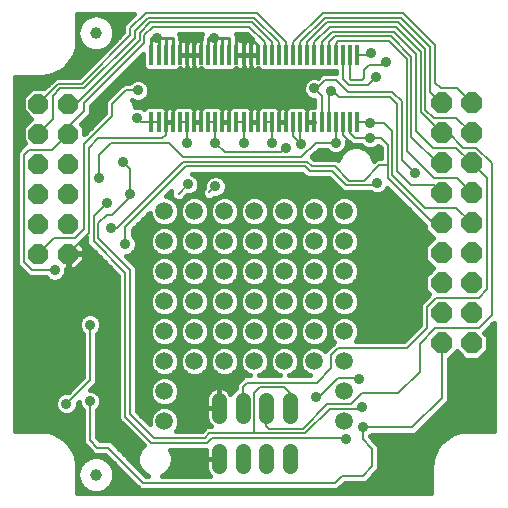
<source format=gbl>
G75*
%MOIN*%
%OFA0B0*%
%FSLAX25Y25*%
%IPPOS*%
%LPD*%
%AMOC8*
5,1,8,0,0,1.08239X$1,22.5*
%
%ADD10R,0.01378X0.06693*%
%ADD11C,0.05150*%
%ADD12OC8,0.06600*%
%ADD13C,0.03937*%
%ADD14OC8,0.07000*%
%ADD15C,0.01000*%
%ADD16C,0.03575*%
%ADD17C,0.00787*%
%ADD18C,0.01600*%
%ADD19C,0.05937*%
D10*
X0051052Y0128375D03*
X0053414Y0128375D03*
X0055776Y0128375D03*
X0058138Y0128375D03*
X0060501Y0128375D03*
X0062863Y0128375D03*
X0065225Y0128375D03*
X0067587Y0128375D03*
X0069949Y0128375D03*
X0072312Y0128375D03*
X0074674Y0128375D03*
X0077036Y0128375D03*
X0079398Y0128375D03*
X0081760Y0128375D03*
X0084123Y0128375D03*
X0086485Y0128375D03*
X0088847Y0128375D03*
X0091209Y0128375D03*
X0093571Y0128375D03*
X0095934Y0128375D03*
X0098296Y0128375D03*
X0100658Y0128375D03*
X0103020Y0128375D03*
X0105382Y0128375D03*
X0107745Y0128375D03*
X0110107Y0128375D03*
X0112469Y0128375D03*
X0114831Y0128375D03*
X0117193Y0128375D03*
X0119556Y0128375D03*
X0119556Y0150816D03*
X0117193Y0150816D03*
X0114831Y0150816D03*
X0112469Y0150816D03*
X0110107Y0150816D03*
X0107745Y0150816D03*
X0105382Y0150816D03*
X0103020Y0150816D03*
X0100658Y0150816D03*
X0098296Y0150816D03*
X0095934Y0150816D03*
X0093571Y0150816D03*
X0091209Y0150816D03*
X0088847Y0150816D03*
X0086485Y0150816D03*
X0084123Y0150816D03*
X0081760Y0150816D03*
X0079398Y0150816D03*
X0077036Y0150816D03*
X0074674Y0150816D03*
X0072312Y0150816D03*
X0069949Y0150816D03*
X0067587Y0150816D03*
X0065225Y0150816D03*
X0062863Y0150816D03*
X0060501Y0150816D03*
X0058138Y0150816D03*
X0055776Y0150816D03*
X0053414Y0150816D03*
X0051052Y0150816D03*
D11*
X0073571Y0035684D02*
X0073571Y0030534D01*
X0081445Y0030534D02*
X0081445Y0035684D01*
X0089319Y0035684D02*
X0089319Y0030534D01*
X0097193Y0030534D02*
X0097193Y0035684D01*
X0097193Y0018755D02*
X0097193Y0013605D01*
X0089319Y0013605D02*
X0089319Y0018755D01*
X0081445Y0018755D02*
X0081445Y0013605D01*
X0073571Y0013605D02*
X0073571Y0018755D01*
D12*
X0023375Y0084477D03*
X0023375Y0094477D03*
X0023375Y0104477D03*
X0023375Y0114477D03*
X0023375Y0124477D03*
X0023375Y0134477D03*
X0013375Y0134477D03*
X0013375Y0124477D03*
X0013375Y0114477D03*
X0013375Y0104477D03*
X0013375Y0094477D03*
X0013375Y0084477D03*
D13*
X0032548Y0010855D03*
X0032548Y0158099D03*
D14*
X0147745Y0134713D03*
X0157745Y0134713D03*
X0157745Y0124713D03*
X0147745Y0124713D03*
X0147745Y0114713D03*
X0157745Y0114713D03*
X0157745Y0104713D03*
X0157745Y0094713D03*
X0147745Y0094713D03*
X0147745Y0104713D03*
X0147745Y0084713D03*
X0157745Y0084713D03*
X0157745Y0074713D03*
X0147745Y0074713D03*
X0147745Y0064713D03*
X0157745Y0064713D03*
X0157745Y0054713D03*
X0147745Y0054713D03*
D15*
X0086485Y0150816D02*
X0086485Y0154162D01*
X0084123Y0156131D01*
X0083729Y0156524D01*
X0081367Y0156524D01*
X0081760Y0156524D01*
X0081760Y0150816D01*
X0084123Y0150816D02*
X0084123Y0156131D01*
X0081367Y0156524D02*
X0079398Y0156524D01*
X0079398Y0150816D01*
X0077036Y0150816D02*
X0077036Y0156524D01*
X0074674Y0156524D01*
X0074674Y0150816D01*
X0072312Y0150816D02*
X0072312Y0156524D01*
X0071918Y0156524D01*
X0074674Y0156524D01*
X0071918Y0156524D02*
X0069949Y0156524D01*
X0069949Y0150816D01*
X0067587Y0150816D02*
X0067587Y0156524D01*
X0065225Y0156524D01*
X0065225Y0150816D01*
X0062863Y0150816D02*
X0062863Y0156524D01*
X0062469Y0156524D01*
X0065225Y0156524D01*
X0062469Y0156524D02*
X0060501Y0156524D01*
X0060501Y0150816D01*
X0058138Y0150816D02*
X0058138Y0156524D01*
X0055776Y0156524D01*
X0055776Y0150816D01*
X0053414Y0150816D02*
X0053414Y0156524D01*
X0053020Y0156524D01*
X0055776Y0156524D01*
X0053020Y0156524D02*
X0051052Y0156524D01*
X0051052Y0150816D01*
D16*
X0053020Y0156524D03*
X0062469Y0156524D03*
X0071918Y0156524D03*
X0081367Y0156524D03*
X0077036Y0139202D03*
X0086485Y0139202D03*
X0095934Y0139202D03*
X0105382Y0139595D03*
X0110894Y0138808D03*
X0123886Y0128178D03*
X0123886Y0123060D03*
X0125855Y0117942D03*
X0126249Y0108099D03*
X0138847Y0111249D03*
X0112469Y0121485D03*
X0106564Y0117154D03*
X0101052Y0121091D03*
X0095934Y0119910D03*
X0091209Y0121485D03*
X0081760Y0121485D03*
X0072312Y0121485D03*
X0062863Y0121485D03*
X0063256Y0107706D03*
X0072312Y0106918D03*
X0046327Y0129753D03*
X0046579Y0138934D03*
X0058138Y0139202D03*
X0067587Y0139202D03*
X0041603Y0115186D03*
X0033729Y0109831D03*
X0036091Y0101406D03*
X0043965Y0104556D03*
X0037508Y0093099D03*
X0042390Y0087627D03*
X0018768Y0078965D03*
X0030579Y0060855D03*
X0021524Y0041957D03*
X0022705Y0034477D03*
X0023493Y0027391D03*
X0030579Y0035265D03*
X0036091Y0038020D03*
X0010894Y0027391D03*
X0105776Y0036839D03*
X0120343Y0042745D03*
X0121130Y0033296D03*
X0121524Y0026603D03*
X0116012Y0022666D03*
X0128217Y0014398D03*
X0153020Y0050225D03*
X0125855Y0143532D03*
X0129398Y0148257D03*
X0124280Y0151406D03*
X0006957Y0129359D03*
D17*
X0006957Y0120698D01*
X0010107Y0119123D02*
X0018020Y0119123D01*
X0023375Y0124477D01*
X0023375Y0126879D01*
X0028611Y0132115D01*
X0028611Y0134753D01*
X0048689Y0154831D01*
X0048689Y0157312D01*
X0051445Y0160068D01*
X0083729Y0160068D01*
X0088847Y0154950D01*
X0088847Y0150816D01*
X0091209Y0150816D02*
X0091209Y0154950D01*
X0084516Y0161643D01*
X0050658Y0161643D01*
X0047115Y0158099D01*
X0047115Y0155737D01*
X0025855Y0134477D01*
X0023375Y0134477D01*
X0018375Y0137233D02*
X0018375Y0129477D01*
X0013375Y0124477D01*
X0010107Y0119123D02*
X0008532Y0117548D01*
X0008532Y0081721D01*
X0011288Y0078965D01*
X0018768Y0078965D01*
X0023375Y0084477D02*
X0023375Y0043808D01*
X0021524Y0041957D01*
X0022705Y0034477D02*
X0030579Y0042351D01*
X0030579Y0060855D01*
X0042390Y0078178D02*
X0031760Y0088808D01*
X0031760Y0097076D01*
X0036091Y0101406D01*
X0036091Y0097469D02*
X0038060Y0097469D01*
X0043965Y0103375D01*
X0043965Y0104556D01*
X0043965Y0112824D01*
X0041603Y0115186D01*
X0037666Y0121485D02*
X0033729Y0117548D01*
X0033729Y0109831D01*
X0030186Y0119910D02*
X0030186Y0091288D01*
X0023375Y0084477D01*
X0025461Y0089595D02*
X0018493Y0089595D01*
X0013375Y0084477D01*
X0025461Y0089595D02*
X0028611Y0092745D01*
X0028611Y0120965D01*
X0038060Y0130414D01*
X0038060Y0134477D01*
X0042516Y0138934D01*
X0046579Y0138934D01*
X0046327Y0129753D02*
X0047705Y0128375D01*
X0051052Y0128375D01*
X0053414Y0128375D01*
X0055776Y0128375D02*
X0055776Y0124241D01*
X0054595Y0123060D01*
X0033335Y0123060D01*
X0030186Y0119910D01*
X0037666Y0121485D02*
X0056957Y0121485D01*
X0061682Y0116761D01*
X0101052Y0116761D01*
X0105776Y0121485D01*
X0112469Y0121485D01*
X0112469Y0128375D01*
X0114831Y0128375D02*
X0114831Y0125422D01*
X0114831Y0124241D02*
X0117981Y0121091D01*
X0117981Y0121485D01*
X0117587Y0121485D01*
X0117981Y0121091D02*
X0118768Y0120304D01*
X0121524Y0120304D01*
X0123886Y0117942D01*
X0125855Y0117942D01*
X0127036Y0114005D02*
X0121918Y0108887D01*
X0116800Y0108887D01*
X0112075Y0113611D01*
X0104595Y0113611D01*
X0103020Y0115186D01*
X0061682Y0115186D01*
X0039595Y0093099D01*
X0037508Y0093099D01*
X0033335Y0094713D02*
X0036091Y0097469D01*
X0033335Y0094713D02*
X0033335Y0089595D01*
X0043965Y0078965D01*
X0043965Y0030934D01*
X0051839Y0023060D01*
X0068768Y0023060D01*
X0070343Y0024635D01*
X0085304Y0024635D01*
X0085304Y0038020D01*
X0087272Y0039989D01*
X0095146Y0039989D01*
X0097193Y0037942D01*
X0097193Y0033109D01*
X0101445Y0026209D02*
X0090107Y0026209D01*
X0089319Y0026997D01*
X0089319Y0033109D01*
X0081445Y0033109D02*
X0081445Y0040068D01*
X0082941Y0041564D01*
X0106170Y0041564D01*
X0110894Y0046288D01*
X0110894Y0050619D01*
X0113256Y0052981D01*
X0136091Y0052981D01*
X0142784Y0059674D01*
X0142784Y0066761D01*
X0145934Y0069910D01*
X0160107Y0069910D01*
X0162863Y0072666D01*
X0162863Y0109595D01*
X0157745Y0114713D01*
X0152548Y0119910D01*
X0144752Y0119910D01*
X0139241Y0125422D01*
X0139241Y0151013D01*
X0131760Y0158493D01*
X0111288Y0158493D01*
X0107745Y0154950D01*
X0107745Y0150816D01*
X0110107Y0150816D02*
X0110107Y0154950D01*
X0112075Y0156918D01*
X0130973Y0156918D01*
X0137666Y0150225D01*
X0137666Y0123454D01*
X0146406Y0114713D01*
X0147745Y0114713D01*
X0145146Y0109674D02*
X0152784Y0109674D01*
X0157745Y0104713D01*
X0152627Y0099831D02*
X0157745Y0094713D01*
X0152627Y0099831D02*
X0142233Y0099831D01*
X0131367Y0110698D01*
X0131367Y0125422D01*
X0128611Y0128178D01*
X0123886Y0128178D01*
X0123689Y0128375D01*
X0119556Y0128375D01*
X0120540Y0128375D01*
X0117193Y0128375D02*
X0117193Y0124635D01*
X0118768Y0123060D01*
X0123886Y0123060D01*
X0127430Y0123060D01*
X0129792Y0120698D01*
X0129792Y0114005D01*
X0129792Y0109674D01*
X0144752Y0094713D01*
X0147745Y0094713D01*
X0147745Y0104713D02*
X0145146Y0107312D01*
X0137666Y0107312D01*
X0132941Y0112036D01*
X0132941Y0134477D01*
X0130579Y0136839D01*
X0113650Y0136839D01*
X0111682Y0138808D01*
X0110894Y0138808D01*
X0110107Y0138020D01*
X0110107Y0128375D01*
X0107745Y0128375D02*
X0107745Y0137233D01*
X0105382Y0139595D01*
X0106170Y0139595D01*
X0108926Y0142351D01*
X0112666Y0142351D01*
X0116603Y0138414D01*
X0131367Y0138414D01*
X0134516Y0135265D01*
X0134516Y0115580D01*
X0138847Y0111249D01*
X0145146Y0109674D02*
X0136091Y0118729D01*
X0136091Y0149438D01*
X0130186Y0155343D01*
X0113256Y0155343D01*
X0112469Y0154556D01*
X0112469Y0150816D01*
X0114831Y0150816D02*
X0114831Y0142745D01*
X0116800Y0140776D01*
X0123099Y0140776D01*
X0125855Y0143532D01*
X0121918Y0143139D02*
X0121918Y0145894D01*
X0123493Y0147469D01*
X0128611Y0147469D01*
X0129398Y0148257D01*
X0124280Y0151406D02*
X0123689Y0150816D01*
X0119556Y0150816D01*
X0117193Y0150816D02*
X0117193Y0142745D01*
X0117587Y0142351D01*
X0121130Y0142351D01*
X0121918Y0143139D01*
X0114831Y0128375D02*
X0114831Y0124241D01*
X0113650Y0117154D02*
X0106564Y0117154D01*
X0102233Y0113611D02*
X0062469Y0113611D01*
X0042390Y0093532D01*
X0042390Y0087627D01*
X0041603Y0086839D01*
X0042390Y0078178D02*
X0042390Y0030146D01*
X0051052Y0021485D01*
X0069556Y0021485D01*
X0071130Y0023060D01*
X0115619Y0023060D01*
X0116012Y0022666D01*
X0121524Y0022666D02*
X0124674Y0019517D01*
X0124674Y0013611D01*
X0121524Y0010461D01*
X0114438Y0010461D01*
X0112075Y0008099D01*
X0048296Y0008099D01*
X0036485Y0019910D01*
X0032941Y0019910D01*
X0030579Y0022272D01*
X0030579Y0035265D01*
X0035697Y0036052D02*
X0036091Y0036446D01*
X0036091Y0038020D01*
X0023493Y0027391D02*
X0010894Y0027391D01*
X0085304Y0024635D02*
X0102233Y0024635D01*
X0110501Y0032902D01*
X0120737Y0032902D01*
X0121130Y0033296D01*
X0117587Y0034477D02*
X0109713Y0034477D01*
X0101445Y0026209D01*
X0105776Y0036839D02*
X0106957Y0036839D01*
X0113256Y0043139D01*
X0119949Y0043139D01*
X0120343Y0042745D01*
X0121130Y0038020D02*
X0117587Y0034477D01*
X0121130Y0038020D02*
X0133335Y0038020D01*
X0140422Y0045107D01*
X0140422Y0054556D01*
X0145540Y0059674D01*
X0160107Y0059674D01*
X0164438Y0064005D01*
X0164438Y0114792D01*
X0159319Y0119910D01*
X0154989Y0119910D01*
X0150186Y0124713D01*
X0147745Y0124713D01*
X0140815Y0131643D01*
X0140815Y0151800D01*
X0132548Y0160068D01*
X0110501Y0160068D01*
X0105382Y0154950D01*
X0105382Y0150816D01*
X0103020Y0150816D02*
X0103020Y0154950D01*
X0109713Y0161643D01*
X0133335Y0161643D01*
X0142390Y0152587D01*
X0142390Y0132509D01*
X0145146Y0129753D01*
X0152705Y0129753D01*
X0157745Y0124713D01*
X0157745Y0134713D02*
X0152863Y0139595D01*
X0147508Y0139595D01*
X0145540Y0141564D01*
X0145540Y0154162D01*
X0134910Y0164792D01*
X0108138Y0164792D01*
X0098296Y0154950D01*
X0098296Y0150816D01*
X0095934Y0150816D02*
X0095934Y0154950D01*
X0086091Y0164792D01*
X0049083Y0164792D01*
X0043965Y0159674D01*
X0043965Y0157312D01*
X0027823Y0141170D01*
X0020067Y0141170D01*
X0013375Y0134477D01*
X0018375Y0137233D02*
X0020737Y0139595D01*
X0028611Y0139595D01*
X0045540Y0156524D01*
X0045540Y0158887D01*
X0049871Y0163217D01*
X0085304Y0163217D01*
X0093571Y0154950D01*
X0093571Y0150816D01*
X0100658Y0150816D02*
X0100658Y0154950D01*
X0108926Y0163217D01*
X0134123Y0163217D01*
X0143965Y0153375D01*
X0143965Y0138493D01*
X0147745Y0134713D01*
X0129792Y0114005D02*
X0127036Y0114005D01*
X0126249Y0108099D02*
X0125461Y0107312D01*
X0116012Y0107312D01*
X0111288Y0112036D01*
X0103808Y0112036D01*
X0102233Y0113611D01*
X0101052Y0121091D02*
X0098296Y0123847D01*
X0098296Y0128375D01*
X0095934Y0128375D02*
X0095934Y0139202D01*
X0100264Y0139202D01*
X0103020Y0136446D01*
X0103020Y0128375D01*
X0105382Y0128375D01*
X0100658Y0128375D02*
X0100658Y0130540D01*
X0100658Y0128375D02*
X0100658Y0121485D01*
X0101052Y0121091D01*
X0095934Y0119910D02*
X0094359Y0118335D01*
X0075461Y0118335D01*
X0072312Y0121485D01*
X0072312Y0128375D01*
X0069949Y0128375D01*
X0067587Y0128375D02*
X0067587Y0139202D01*
X0058138Y0139202D01*
X0058138Y0128375D01*
X0055776Y0128375D01*
X0060501Y0128375D02*
X0062863Y0128375D01*
X0062863Y0121485D01*
X0065225Y0128375D02*
X0067587Y0128375D01*
X0074674Y0128375D02*
X0077036Y0128375D01*
X0077036Y0139202D01*
X0067587Y0139202D01*
X0077036Y0139202D02*
X0086485Y0139202D01*
X0095934Y0139202D01*
X0086485Y0139202D02*
X0086485Y0128375D01*
X0084123Y0128375D01*
X0081760Y0128375D02*
X0081760Y0121485D01*
X0081760Y0128375D02*
X0079398Y0128375D01*
X0088847Y0128375D02*
X0091209Y0128375D01*
X0091209Y0121485D01*
X0093571Y0128375D02*
X0095934Y0128375D01*
X0072312Y0106918D02*
X0070343Y0104950D01*
X0063256Y0107706D02*
X0060107Y0104556D01*
X0121524Y0026603D02*
X0138060Y0026603D01*
X0147745Y0036288D01*
X0147745Y0054713D01*
X0153020Y0050225D02*
X0153020Y0036446D01*
X0130973Y0014398D01*
X0128217Y0014398D01*
X0121524Y0022666D02*
X0121524Y0026603D01*
D18*
X0020823Y0023547D02*
X0019344Y0024355D01*
X0017765Y0024944D01*
X0016118Y0025302D01*
X0014438Y0025422D01*
X0005408Y0025422D01*
X0005408Y0143532D01*
X0014438Y0143532D01*
X0016118Y0143652D01*
X0017765Y0144011D01*
X0019344Y0144600D01*
X0020823Y0145407D01*
X0022172Y0146417D01*
X0023364Y0147609D01*
X0024374Y0148958D01*
X0025181Y0150437D01*
X0025770Y0152016D01*
X0026128Y0153662D01*
X0026249Y0155343D01*
X0026249Y0164373D01*
X0045306Y0164373D01*
X0042981Y0162049D01*
X0041590Y0160658D01*
X0041590Y0158295D01*
X0037123Y0153828D01*
X0037141Y0153931D01*
X0037279Y0154129D01*
X0037450Y0154300D01*
X0037589Y0154350D01*
X0037666Y0154515D01*
X0037795Y0154644D01*
X0037795Y0154792D01*
X0037897Y0155011D01*
X0038035Y0155209D01*
X0038163Y0155283D01*
X0038210Y0155459D01*
X0038315Y0155608D01*
X0038289Y0155753D01*
X0038352Y0155987D01*
X0038454Y0156206D01*
X0038567Y0156300D01*
X0038583Y0156482D01*
X0038660Y0156647D01*
X0038609Y0156786D01*
X0038631Y0157027D01*
X0038693Y0157260D01*
X0038788Y0157373D01*
X0038772Y0157555D01*
X0038819Y0157731D01*
X0038745Y0157859D01*
X0038724Y0158099D01*
X0038745Y0158340D01*
X0038819Y0158468D01*
X0038772Y0158644D01*
X0038788Y0158825D01*
X0038693Y0158938D01*
X0038631Y0159172D01*
X0038609Y0159412D01*
X0038660Y0159551D01*
X0038583Y0159716D01*
X0038567Y0159898D01*
X0038454Y0159993D01*
X0038352Y0160212D01*
X0038289Y0160445D01*
X0038315Y0160590D01*
X0038210Y0160740D01*
X0038163Y0160916D01*
X0038035Y0160990D01*
X0037897Y0161188D01*
X0037795Y0161406D01*
X0037795Y0161554D01*
X0037666Y0161683D01*
X0037589Y0161848D01*
X0037450Y0161899D01*
X0037279Y0162069D01*
X0037141Y0162267D01*
X0037115Y0162413D01*
X0036966Y0162517D01*
X0036861Y0162667D01*
X0036716Y0162692D01*
X0036518Y0162831D01*
X0036347Y0163002D01*
X0036297Y0163140D01*
X0036131Y0163217D01*
X0036003Y0163346D01*
X0035855Y0163346D01*
X0035636Y0163448D01*
X0035438Y0163587D01*
X0035364Y0163715D01*
X0035188Y0163762D01*
X0035039Y0163866D01*
X0034894Y0163841D01*
X0034660Y0163903D01*
X0034441Y0164005D01*
X0034347Y0164118D01*
X0034165Y0164134D01*
X0034000Y0164211D01*
X0033861Y0164161D01*
X0033620Y0164182D01*
X0033387Y0164245D01*
X0033274Y0164339D01*
X0033092Y0164323D01*
X0032916Y0164371D01*
X0032788Y0164297D01*
X0032548Y0164276D01*
X0032307Y0164297D01*
X0032179Y0164371D01*
X0032003Y0164323D01*
X0031822Y0164339D01*
X0031709Y0164245D01*
X0031475Y0164182D01*
X0031235Y0164161D01*
X0031096Y0164211D01*
X0030931Y0164134D01*
X0030749Y0164118D01*
X0030654Y0164005D01*
X0030435Y0163903D01*
X0030202Y0163841D01*
X0030057Y0163866D01*
X0029907Y0163762D01*
X0029731Y0163715D01*
X0029657Y0163587D01*
X0029459Y0163448D01*
X0029240Y0163346D01*
X0029093Y0163346D01*
X0028964Y0163217D01*
X0028799Y0163140D01*
X0028748Y0163002D01*
X0028577Y0162831D01*
X0028380Y0162692D01*
X0028234Y0162667D01*
X0028130Y0162517D01*
X0027980Y0162413D01*
X0027955Y0162267D01*
X0027816Y0162069D01*
X0027645Y0161899D01*
X0027507Y0161848D01*
X0027430Y0161683D01*
X0027301Y0161554D01*
X0027301Y0161406D01*
X0027199Y0161188D01*
X0027060Y0160990D01*
X0026932Y0160916D01*
X0026885Y0160740D01*
X0026781Y0160590D01*
X0026806Y0160445D01*
X0026744Y0160212D01*
X0026642Y0159993D01*
X0026529Y0159898D01*
X0026513Y0159716D01*
X0026436Y0159551D01*
X0026486Y0159412D01*
X0026465Y0159172D01*
X0026402Y0158938D01*
X0026308Y0158825D01*
X0026323Y0158644D01*
X0026276Y0158468D01*
X0026350Y0158340D01*
X0026371Y0158099D01*
X0026350Y0157859D01*
X0026276Y0157731D01*
X0026323Y0157555D01*
X0026308Y0157373D01*
X0026402Y0157260D01*
X0026465Y0157027D01*
X0026486Y0156786D01*
X0026436Y0156647D01*
X0026513Y0156482D01*
X0026529Y0156300D01*
X0026642Y0156206D01*
X0026744Y0155987D01*
X0026806Y0155753D01*
X0026781Y0155608D01*
X0026885Y0155459D01*
X0026932Y0155283D01*
X0027060Y0155209D01*
X0027199Y0155011D01*
X0027301Y0154792D01*
X0027301Y0154644D01*
X0027430Y0154515D01*
X0027507Y0154350D01*
X0027645Y0154300D01*
X0027816Y0154129D01*
X0027955Y0153931D01*
X0027980Y0153786D01*
X0028130Y0153681D01*
X0028234Y0153532D01*
X0028380Y0153506D01*
X0028577Y0153368D01*
X0028748Y0153197D01*
X0028799Y0153058D01*
X0028964Y0152981D01*
X0029093Y0152852D01*
X0029241Y0152852D01*
X0029459Y0152750D01*
X0029657Y0152612D01*
X0029731Y0152484D01*
X0029907Y0152437D01*
X0030057Y0152332D01*
X0030202Y0152358D01*
X0030435Y0152295D01*
X0030654Y0152193D01*
X0030749Y0152080D01*
X0030931Y0152064D01*
X0031096Y0151987D01*
X0031235Y0152037D01*
X0031475Y0152016D01*
X0031709Y0151954D01*
X0031822Y0151859D01*
X0032003Y0151875D01*
X0032179Y0151828D01*
X0032307Y0151902D01*
X0032548Y0151923D01*
X0032788Y0151902D01*
X0032916Y0151828D01*
X0033092Y0151875D01*
X0033274Y0151859D01*
X0033387Y0151954D01*
X0033620Y0152016D01*
X0033861Y0152037D01*
X0034000Y0151987D01*
X0034165Y0152064D01*
X0034347Y0152080D01*
X0034441Y0152193D01*
X0034660Y0152295D01*
X0034894Y0152358D01*
X0035039Y0152332D01*
X0035188Y0152437D01*
X0035364Y0152484D01*
X0035438Y0152612D01*
X0035636Y0152750D01*
X0035855Y0152852D01*
X0036003Y0152852D01*
X0036131Y0152981D01*
X0036297Y0153058D01*
X0036347Y0153197D01*
X0036518Y0153368D01*
X0036716Y0153506D01*
X0036819Y0153524D01*
X0026840Y0143545D01*
X0019084Y0143545D01*
X0015297Y0139758D01*
X0011187Y0139758D01*
X0008093Y0136665D01*
X0008093Y0132290D01*
X0010906Y0129477D01*
X0008093Y0126665D01*
X0008093Y0122290D01*
X0009004Y0121379D01*
X0007732Y0120107D01*
X0006157Y0118532D01*
X0006157Y0080738D01*
X0007548Y0079346D01*
X0010304Y0076591D01*
X0015814Y0076591D01*
X0016634Y0075771D01*
X0018019Y0075197D01*
X0019518Y0075197D01*
X0020903Y0075771D01*
X0021963Y0076831D01*
X0022537Y0078216D01*
X0022537Y0079377D01*
X0023175Y0079377D01*
X0023175Y0084277D01*
X0023575Y0084277D01*
X0023575Y0084677D01*
X0028475Y0084677D01*
X0028475Y0086590D01*
X0027144Y0087920D01*
X0029386Y0090161D01*
X0029386Y0087824D01*
X0040015Y0077194D01*
X0040015Y0029163D01*
X0041407Y0027772D01*
X0048534Y0020644D01*
X0047216Y0019326D01*
X0046315Y0017150D01*
X0046315Y0014796D01*
X0047216Y0012621D01*
X0048880Y0010956D01*
X0050044Y0010474D01*
X0049279Y0010474D01*
X0037468Y0022285D01*
X0033925Y0022285D01*
X0032954Y0023256D01*
X0032954Y0032310D01*
X0033774Y0033130D01*
X0034348Y0034515D01*
X0034348Y0036014D01*
X0033774Y0037399D01*
X0032714Y0038459D01*
X0031329Y0039033D01*
X0030620Y0039033D01*
X0032954Y0041367D01*
X0032954Y0057900D01*
X0033774Y0058720D01*
X0034348Y0060106D01*
X0034348Y0061605D01*
X0033774Y0062990D01*
X0032714Y0064050D01*
X0031329Y0064624D01*
X0029830Y0064624D01*
X0028445Y0064050D01*
X0027384Y0062990D01*
X0026811Y0061605D01*
X0026811Y0060106D01*
X0027384Y0058720D01*
X0028204Y0057900D01*
X0028204Y0043335D01*
X0023115Y0038246D01*
X0021956Y0038246D01*
X0020571Y0037672D01*
X0019510Y0036612D01*
X0018937Y0035227D01*
X0018937Y0033728D01*
X0019510Y0032342D01*
X0020571Y0031282D01*
X0021956Y0030709D01*
X0023455Y0030709D01*
X0024840Y0031282D01*
X0025900Y0032342D01*
X0026474Y0033728D01*
X0026474Y0034887D01*
X0026811Y0035224D01*
X0026811Y0034515D01*
X0027384Y0033130D01*
X0028204Y0032310D01*
X0028204Y0021289D01*
X0030567Y0018927D01*
X0031958Y0017535D01*
X0035501Y0017535D01*
X0045921Y0007116D01*
X0045921Y0007116D01*
X0047312Y0005724D01*
X0113059Y0005724D01*
X0114450Y0007116D01*
X0115421Y0008087D01*
X0122508Y0008087D01*
X0127049Y0012627D01*
X0127049Y0020500D01*
X0125657Y0021891D01*
X0123900Y0023649D01*
X0124479Y0024228D01*
X0139043Y0024228D01*
X0140434Y0025619D01*
X0150119Y0035305D01*
X0150119Y0049337D01*
X0152745Y0051962D01*
X0155474Y0049232D01*
X0160015Y0049232D01*
X0163226Y0052443D01*
X0163226Y0056984D01*
X0162000Y0058209D01*
X0162482Y0058690D01*
X0165200Y0061408D01*
X0165200Y0025422D01*
X0156170Y0025422D01*
X0154489Y0025302D01*
X0152842Y0024944D01*
X0151263Y0024355D01*
X0149784Y0023547D01*
X0148435Y0022537D01*
X0147244Y0021346D01*
X0146234Y0019997D01*
X0145426Y0018517D01*
X0144837Y0016939D01*
X0144479Y0015292D01*
X0144359Y0013611D01*
X0144359Y0004581D01*
X0026249Y0004581D01*
X0026249Y0013611D01*
X0026128Y0015292D01*
X0025770Y0016939D01*
X0025181Y0018517D01*
X0024374Y0019997D01*
X0023364Y0021346D01*
X0022172Y0022537D01*
X0020823Y0023547D01*
X0019666Y0024179D02*
X0028204Y0024179D01*
X0028204Y0022581D02*
X0022114Y0022581D01*
X0023636Y0020982D02*
X0028511Y0020982D01*
X0030110Y0019384D02*
X0024708Y0019384D01*
X0025454Y0017785D02*
X0031708Y0017785D01*
X0031822Y0017095D02*
X0031709Y0017000D01*
X0031475Y0016938D01*
X0031235Y0016917D01*
X0031096Y0016967D01*
X0030931Y0016890D01*
X0030749Y0016874D01*
X0030654Y0016761D01*
X0030435Y0016659D01*
X0030202Y0016597D01*
X0030057Y0016622D01*
X0029907Y0016518D01*
X0029731Y0016471D01*
X0029657Y0016343D01*
X0029459Y0016204D01*
X0029240Y0016102D01*
X0029093Y0016102D01*
X0028964Y0015973D01*
X0028799Y0015896D01*
X0028748Y0015757D01*
X0028577Y0015587D01*
X0028380Y0015448D01*
X0028234Y0015423D01*
X0028130Y0015273D01*
X0027980Y0015169D01*
X0027955Y0015023D01*
X0027816Y0014825D01*
X0027645Y0014655D01*
X0027507Y0014604D01*
X0027430Y0014439D01*
X0027301Y0014310D01*
X0027301Y0014162D01*
X0027199Y0013943D01*
X0027060Y0013746D01*
X0026932Y0013672D01*
X0026885Y0013496D01*
X0026781Y0013346D01*
X0026806Y0013201D01*
X0026744Y0012968D01*
X0026642Y0012749D01*
X0026529Y0012654D01*
X0026513Y0012472D01*
X0026436Y0012307D01*
X0026486Y0012168D01*
X0026465Y0011928D01*
X0026402Y0011694D01*
X0026308Y0011581D01*
X0026323Y0011400D01*
X0026276Y0011224D01*
X0026350Y0011096D01*
X0026371Y0010855D01*
X0026350Y0010614D01*
X0026276Y0010487D01*
X0026323Y0010311D01*
X0026308Y0010129D01*
X0026402Y0010016D01*
X0026465Y0009783D01*
X0026486Y0009542D01*
X0026436Y0009403D01*
X0026513Y0009238D01*
X0026529Y0009056D01*
X0026642Y0008962D01*
X0026744Y0008743D01*
X0026806Y0008509D01*
X0026781Y0008364D01*
X0026885Y0008215D01*
X0026932Y0008038D01*
X0027060Y0007965D01*
X0027199Y0007767D01*
X0027301Y0007548D01*
X0027301Y0007400D01*
X0027430Y0007271D01*
X0027507Y0007106D01*
X0027645Y0007056D01*
X0027816Y0006885D01*
X0027955Y0006687D01*
X0027980Y0006542D01*
X0028130Y0006437D01*
X0028234Y0006288D01*
X0028380Y0006262D01*
X0028577Y0006124D01*
X0028748Y0005953D01*
X0028799Y0005814D01*
X0028964Y0005737D01*
X0029093Y0005608D01*
X0029241Y0005608D01*
X0029459Y0005506D01*
X0029657Y0005367D01*
X0029731Y0005240D01*
X0029907Y0005192D01*
X0030057Y0005088D01*
X0030202Y0005114D01*
X0030435Y0005051D01*
X0030654Y0004949D01*
X0030749Y0004836D01*
X0030931Y0004820D01*
X0031096Y0004743D01*
X0031235Y0004793D01*
X0031475Y0004772D01*
X0031709Y0004710D01*
X0031822Y0004615D01*
X0032003Y0004631D01*
X0032179Y0004584D01*
X0032307Y0004657D01*
X0032548Y0004678D01*
X0032788Y0004657D01*
X0032916Y0004584D01*
X0033092Y0004631D01*
X0033274Y0004615D01*
X0033387Y0004710D01*
X0033620Y0004772D01*
X0033861Y0004793D01*
X0034000Y0004743D01*
X0034165Y0004820D01*
X0034347Y0004836D01*
X0034441Y0004949D01*
X0034660Y0005051D01*
X0034894Y0005114D01*
X0035039Y0005088D01*
X0035188Y0005192D01*
X0035364Y0005240D01*
X0035438Y0005367D01*
X0035636Y0005506D01*
X0035855Y0005608D01*
X0036003Y0005608D01*
X0036131Y0005737D01*
X0036297Y0005814D01*
X0036347Y0005953D01*
X0036518Y0006124D01*
X0036716Y0006262D01*
X0036861Y0006288D01*
X0036966Y0006437D01*
X0037115Y0006542D01*
X0037141Y0006687D01*
X0037279Y0006885D01*
X0037450Y0007056D01*
X0037589Y0007106D01*
X0037666Y0007271D01*
X0037795Y0007400D01*
X0037795Y0007548D01*
X0037897Y0007767D01*
X0038035Y0007965D01*
X0038163Y0008038D01*
X0038210Y0008215D01*
X0038315Y0008364D01*
X0038289Y0008509D01*
X0038352Y0008743D01*
X0038454Y0008962D01*
X0038567Y0009056D01*
X0038583Y0009238D01*
X0038660Y0009403D01*
X0038609Y0009542D01*
X0038631Y0009783D01*
X0038693Y0010016D01*
X0038788Y0010129D01*
X0038772Y0010311D01*
X0038819Y0010487D01*
X0038745Y0010614D01*
X0038724Y0010855D01*
X0038745Y0011096D01*
X0038819Y0011224D01*
X0038772Y0011400D01*
X0038788Y0011581D01*
X0038693Y0011694D01*
X0038631Y0011928D01*
X0038609Y0012168D01*
X0038660Y0012307D01*
X0038583Y0012472D01*
X0038567Y0012654D01*
X0038454Y0012749D01*
X0038352Y0012968D01*
X0038289Y0013201D01*
X0038315Y0013346D01*
X0038210Y0013496D01*
X0038163Y0013672D01*
X0038035Y0013746D01*
X0037897Y0013943D01*
X0037795Y0014162D01*
X0037795Y0014310D01*
X0037666Y0014439D01*
X0037589Y0014604D01*
X0037450Y0014655D01*
X0037279Y0014825D01*
X0037141Y0015023D01*
X0037115Y0015169D01*
X0036966Y0015273D01*
X0036861Y0015423D01*
X0036716Y0015448D01*
X0036518Y0015587D01*
X0036347Y0015757D01*
X0036297Y0015896D01*
X0036131Y0015973D01*
X0036003Y0016102D01*
X0035855Y0016102D01*
X0035636Y0016204D01*
X0035438Y0016343D01*
X0035364Y0016471D01*
X0035188Y0016518D01*
X0035039Y0016622D01*
X0034894Y0016597D01*
X0034660Y0016659D01*
X0034441Y0016761D01*
X0034347Y0016874D01*
X0034165Y0016890D01*
X0034000Y0016967D01*
X0033861Y0016917D01*
X0033620Y0016938D01*
X0033387Y0017000D01*
X0033274Y0017095D01*
X0033092Y0017079D01*
X0032916Y0017127D01*
X0032788Y0017053D01*
X0032548Y0017032D01*
X0032307Y0017053D01*
X0032179Y0017127D01*
X0032003Y0017079D01*
X0031822Y0017095D01*
X0029422Y0016187D02*
X0025934Y0016187D01*
X0026179Y0014588D02*
X0027499Y0014588D01*
X0026750Y0012990D02*
X0026249Y0012990D01*
X0026249Y0011391D02*
X0026321Y0011391D01*
X0026249Y0009793D02*
X0026462Y0009793D01*
X0026249Y0008194D02*
X0026891Y0008194D01*
X0026249Y0006596D02*
X0027971Y0006596D01*
X0026249Y0004997D02*
X0030551Y0004997D01*
X0034545Y0004997D02*
X0144359Y0004997D01*
X0144359Y0006596D02*
X0113930Y0006596D01*
X0122615Y0008194D02*
X0144359Y0008194D01*
X0144359Y0009793D02*
X0124214Y0009793D01*
X0125812Y0011391D02*
X0144359Y0011391D01*
X0144359Y0012990D02*
X0127049Y0012990D01*
X0127049Y0014588D02*
X0144429Y0014588D01*
X0144674Y0016187D02*
X0127049Y0016187D01*
X0127049Y0017785D02*
X0145153Y0017785D01*
X0145899Y0019384D02*
X0127049Y0019384D01*
X0126567Y0020982D02*
X0146972Y0020982D01*
X0148493Y0022581D02*
X0124968Y0022581D01*
X0124430Y0024179D02*
X0150942Y0024179D01*
X0145388Y0030573D02*
X0165200Y0030573D01*
X0165200Y0028975D02*
X0143790Y0028975D01*
X0142191Y0027376D02*
X0165200Y0027376D01*
X0165200Y0025778D02*
X0140593Y0025778D01*
X0146987Y0032172D02*
X0165200Y0032172D01*
X0165200Y0033770D02*
X0148585Y0033770D01*
X0150119Y0035369D02*
X0165200Y0035369D01*
X0165200Y0036967D02*
X0150119Y0036967D01*
X0150119Y0038566D02*
X0165200Y0038566D01*
X0165200Y0040164D02*
X0150119Y0040164D01*
X0150119Y0041763D02*
X0165200Y0041763D01*
X0165200Y0043361D02*
X0150119Y0043361D01*
X0150119Y0044960D02*
X0165200Y0044960D01*
X0165200Y0046558D02*
X0150119Y0046558D01*
X0150119Y0048157D02*
X0165200Y0048157D01*
X0165200Y0049755D02*
X0160538Y0049755D01*
X0162137Y0051354D02*
X0165200Y0051354D01*
X0165200Y0052952D02*
X0163226Y0052952D01*
X0163226Y0054551D02*
X0165200Y0054551D01*
X0165200Y0056149D02*
X0163226Y0056149D01*
X0162462Y0057748D02*
X0165200Y0057748D01*
X0165200Y0059346D02*
X0163138Y0059346D01*
X0164736Y0060945D02*
X0165200Y0060945D01*
X0154951Y0049755D02*
X0150538Y0049755D01*
X0152137Y0051354D02*
X0153353Y0051354D01*
X0140409Y0060658D02*
X0135107Y0055356D01*
X0119088Y0055356D01*
X0119578Y0055847D01*
X0120332Y0057666D01*
X0120332Y0059635D01*
X0119578Y0061454D01*
X0118186Y0062846D01*
X0116367Y0063600D01*
X0114398Y0063600D01*
X0112579Y0062846D01*
X0111186Y0061454D01*
X0110433Y0059635D01*
X0110433Y0057666D01*
X0111186Y0055847D01*
X0111975Y0055058D01*
X0110882Y0053965D01*
X0108975Y0052058D01*
X0108186Y0052846D01*
X0106367Y0053600D01*
X0104398Y0053600D01*
X0102579Y0052846D01*
X0101186Y0051454D01*
X0100433Y0049635D01*
X0100433Y0047666D01*
X0101186Y0045847D01*
X0102579Y0044454D01*
X0103824Y0043939D01*
X0096941Y0043939D01*
X0098186Y0044454D01*
X0099578Y0045847D01*
X0100332Y0047666D01*
X0100332Y0049635D01*
X0099578Y0051454D01*
X0098186Y0052846D01*
X0096367Y0053600D01*
X0094398Y0053600D01*
X0092579Y0052846D01*
X0091186Y0051454D01*
X0090433Y0049635D01*
X0090433Y0047666D01*
X0091186Y0045847D01*
X0092579Y0044454D01*
X0093824Y0043939D01*
X0086941Y0043939D01*
X0088186Y0044454D01*
X0089578Y0045847D01*
X0090332Y0047666D01*
X0090332Y0049635D01*
X0089578Y0051454D01*
X0088186Y0052846D01*
X0086367Y0053600D01*
X0084398Y0053600D01*
X0082579Y0052846D01*
X0081186Y0051454D01*
X0080433Y0049635D01*
X0080433Y0047666D01*
X0081186Y0045847D01*
X0082579Y0044454D01*
X0083824Y0043939D01*
X0081958Y0043939D01*
X0080567Y0042547D01*
X0079071Y0041051D01*
X0079071Y0039631D01*
X0078865Y0039546D01*
X0077583Y0038265D01*
X0077396Y0037813D01*
X0077313Y0037977D01*
X0076908Y0038534D01*
X0076421Y0039021D01*
X0075864Y0039426D01*
X0075251Y0039738D01*
X0074596Y0039951D01*
X0073916Y0040059D01*
X0073571Y0040059D01*
X0073227Y0040059D01*
X0072547Y0039951D01*
X0071892Y0039738D01*
X0071278Y0039426D01*
X0070721Y0039021D01*
X0070234Y0038534D01*
X0069830Y0037977D01*
X0069517Y0037363D01*
X0069304Y0036708D01*
X0069197Y0036028D01*
X0069197Y0033109D01*
X0069197Y0030190D01*
X0069304Y0029510D01*
X0069517Y0028855D01*
X0069830Y0028241D01*
X0070234Y0027684D01*
X0070721Y0027197D01*
X0070980Y0027009D01*
X0069359Y0027009D01*
X0067785Y0025435D01*
X0059166Y0025435D01*
X0059578Y0025847D01*
X0060332Y0027666D01*
X0060332Y0029635D01*
X0059578Y0031454D01*
X0058186Y0032846D01*
X0056367Y0033600D01*
X0054398Y0033600D01*
X0052579Y0032846D01*
X0051186Y0031454D01*
X0050433Y0029635D01*
X0050433Y0027825D01*
X0046340Y0031918D01*
X0046340Y0079949D01*
X0042431Y0083858D01*
X0043140Y0083858D01*
X0044525Y0084432D01*
X0045585Y0085492D01*
X0046159Y0086877D01*
X0046159Y0088376D01*
X0045585Y0089761D01*
X0044765Y0090581D01*
X0044765Y0092549D01*
X0050433Y0098216D01*
X0050433Y0097666D01*
X0051186Y0095847D01*
X0052579Y0094454D01*
X0054398Y0093701D01*
X0056367Y0093701D01*
X0058186Y0094454D01*
X0059578Y0095847D01*
X0060332Y0097666D01*
X0060332Y0099635D01*
X0059578Y0101454D01*
X0058186Y0102846D01*
X0056367Y0103600D01*
X0055816Y0103600D01*
X0057732Y0105516D01*
X0057732Y0103572D01*
X0059123Y0102181D01*
X0061090Y0102181D01*
X0062846Y0103937D01*
X0064006Y0103937D01*
X0065391Y0104511D01*
X0066451Y0105571D01*
X0067025Y0106956D01*
X0067025Y0108455D01*
X0066451Y0109840D01*
X0065391Y0110900D01*
X0064580Y0111236D01*
X0101249Y0111236D01*
X0102824Y0109661D01*
X0110304Y0109661D01*
X0113638Y0106328D01*
X0115029Y0104937D01*
X0124081Y0104937D01*
X0124114Y0104904D01*
X0125499Y0104331D01*
X0126998Y0104331D01*
X0128383Y0104904D01*
X0129443Y0105965D01*
X0129648Y0106459D01*
X0142264Y0093844D01*
X0142264Y0092443D01*
X0144993Y0089713D01*
X0142264Y0086984D01*
X0142264Y0082443D01*
X0144993Y0079713D01*
X0142264Y0076984D01*
X0142264Y0072443D01*
X0143686Y0071021D01*
X0141800Y0069135D01*
X0140409Y0067744D01*
X0140409Y0060658D01*
X0140409Y0060945D02*
X0119789Y0060945D01*
X0120332Y0059346D02*
X0139098Y0059346D01*
X0137499Y0057748D02*
X0120332Y0057748D01*
X0119704Y0056149D02*
X0135901Y0056149D01*
X0140409Y0062543D02*
X0118489Y0062543D01*
X0117432Y0064142D02*
X0140409Y0064142D01*
X0140409Y0065740D02*
X0119472Y0065740D01*
X0119578Y0065847D02*
X0120332Y0067666D01*
X0120332Y0069635D01*
X0119578Y0071454D01*
X0118186Y0072846D01*
X0116367Y0073600D01*
X0114398Y0073600D01*
X0112579Y0072846D01*
X0111186Y0071454D01*
X0110433Y0069635D01*
X0110433Y0067666D01*
X0111186Y0065847D01*
X0112579Y0064454D01*
X0114398Y0063701D01*
X0116367Y0063701D01*
X0118186Y0064454D01*
X0119578Y0065847D01*
X0120197Y0067339D02*
X0140409Y0067339D01*
X0141602Y0068937D02*
X0120332Y0068937D01*
X0119959Y0070536D02*
X0143201Y0070536D01*
X0142572Y0072134D02*
X0118898Y0072134D01*
X0118186Y0074454D02*
X0119578Y0075847D01*
X0120332Y0077666D01*
X0120332Y0079635D01*
X0119578Y0081454D01*
X0118186Y0082846D01*
X0116367Y0083600D01*
X0114398Y0083600D01*
X0112579Y0082846D01*
X0111186Y0081454D01*
X0110433Y0079635D01*
X0110433Y0077666D01*
X0111186Y0075847D01*
X0112579Y0074454D01*
X0114398Y0073701D01*
X0116367Y0073701D01*
X0118186Y0074454D01*
X0119063Y0075332D02*
X0142264Y0075332D01*
X0142264Y0076930D02*
X0120027Y0076930D01*
X0120332Y0078529D02*
X0143808Y0078529D01*
X0144579Y0080127D02*
X0120128Y0080127D01*
X0119307Y0081726D02*
X0142981Y0081726D01*
X0142264Y0083324D02*
X0117033Y0083324D01*
X0116367Y0083701D02*
X0118186Y0084454D01*
X0119578Y0085847D01*
X0120332Y0087666D01*
X0120332Y0089635D01*
X0119578Y0091454D01*
X0118186Y0092846D01*
X0116367Y0093600D01*
X0114398Y0093600D01*
X0112579Y0092846D01*
X0111186Y0091454D01*
X0110433Y0089635D01*
X0110433Y0087666D01*
X0111186Y0085847D01*
X0112579Y0084454D01*
X0114398Y0083701D01*
X0116367Y0083701D01*
X0118654Y0084923D02*
X0142264Y0084923D01*
X0142264Y0086521D02*
X0119858Y0086521D01*
X0120332Y0088120D02*
X0143399Y0088120D01*
X0144988Y0089718D02*
X0120298Y0089718D01*
X0119635Y0091317D02*
X0143390Y0091317D01*
X0142264Y0092915D02*
X0118020Y0092915D01*
X0118186Y0094454D02*
X0116367Y0093701D01*
X0114398Y0093701D01*
X0112579Y0094454D01*
X0111186Y0095847D01*
X0110433Y0097666D01*
X0110433Y0099635D01*
X0111186Y0101454D01*
X0112579Y0102846D01*
X0114398Y0103600D01*
X0116367Y0103600D01*
X0118186Y0102846D01*
X0119578Y0101454D01*
X0120332Y0099635D01*
X0120332Y0097666D01*
X0119578Y0095847D01*
X0118186Y0094454D01*
X0118245Y0094514D02*
X0141594Y0094514D01*
X0139995Y0096112D02*
X0119688Y0096112D01*
X0120332Y0097711D02*
X0138397Y0097711D01*
X0136798Y0099309D02*
X0120332Y0099309D01*
X0119805Y0100908D02*
X0135200Y0100908D01*
X0133601Y0102506D02*
X0118526Y0102506D01*
X0114262Y0105703D02*
X0075887Y0105703D01*
X0076080Y0106169D02*
X0076080Y0107668D01*
X0075506Y0109053D01*
X0074446Y0110113D01*
X0073061Y0110687D01*
X0071562Y0110687D01*
X0070177Y0110113D01*
X0069117Y0109053D01*
X0068543Y0107668D01*
X0068543Y0106508D01*
X0067968Y0105933D01*
X0067968Y0103966D01*
X0069359Y0102575D01*
X0071327Y0102575D01*
X0071902Y0103150D01*
X0073061Y0103150D01*
X0074446Y0103723D01*
X0075506Y0104783D01*
X0076080Y0106169D01*
X0076080Y0107302D02*
X0112664Y0107302D01*
X0113638Y0106328D02*
X0113638Y0106328D01*
X0111065Y0108900D02*
X0075570Y0108900D01*
X0073515Y0110499D02*
X0101987Y0110499D01*
X0105579Y0115986D02*
X0105395Y0116169D01*
X0105395Y0116170D01*
X0104607Y0116957D01*
X0106760Y0119110D01*
X0109514Y0119110D01*
X0110334Y0118290D01*
X0111719Y0117717D01*
X0113219Y0117717D01*
X0114604Y0118290D01*
X0115664Y0119350D01*
X0116238Y0120735D01*
X0116238Y0122232D01*
X0117785Y0120685D01*
X0120932Y0120685D01*
X0121752Y0119865D01*
X0123137Y0119291D01*
X0124636Y0119291D01*
X0126021Y0119865D01*
X0126643Y0120488D01*
X0127417Y0119714D01*
X0127417Y0116380D01*
X0126052Y0116380D01*
X0125080Y0115407D01*
X0125080Y0115576D01*
X0124179Y0117751D01*
X0122514Y0119416D01*
X0120339Y0120317D01*
X0117985Y0120317D01*
X0115810Y0119416D01*
X0114145Y0117751D01*
X0113310Y0115735D01*
X0113059Y0115986D01*
X0105579Y0115986D01*
X0104672Y0116893D02*
X0113789Y0116893D01*
X0114805Y0118491D02*
X0114885Y0118491D01*
X0115970Y0120090D02*
X0117437Y0120090D01*
X0116781Y0121688D02*
X0116238Y0121688D01*
X0120886Y0120090D02*
X0121527Y0120090D01*
X0123438Y0118491D02*
X0127417Y0118491D01*
X0127417Y0116893D02*
X0124534Y0116893D01*
X0126246Y0120090D02*
X0127041Y0120090D01*
X0129182Y0105703D02*
X0130404Y0105703D01*
X0132003Y0104105D02*
X0074828Y0104105D01*
X0074398Y0103600D02*
X0076367Y0103600D01*
X0078186Y0102846D01*
X0079578Y0101454D01*
X0080332Y0099635D01*
X0080332Y0097666D01*
X0079578Y0095847D01*
X0078186Y0094454D01*
X0076367Y0093701D01*
X0074398Y0093701D01*
X0072579Y0094454D01*
X0071186Y0095847D01*
X0070433Y0097666D01*
X0070433Y0099635D01*
X0071186Y0101454D01*
X0072579Y0102846D01*
X0074398Y0103600D01*
X0072238Y0102506D02*
X0068526Y0102506D01*
X0068186Y0102846D02*
X0066367Y0103600D01*
X0064398Y0103600D01*
X0062579Y0102846D01*
X0061186Y0101454D01*
X0060433Y0099635D01*
X0060433Y0097666D01*
X0061186Y0095847D01*
X0062579Y0094454D01*
X0064398Y0093701D01*
X0066367Y0093701D01*
X0068186Y0094454D01*
X0069578Y0095847D01*
X0070332Y0097666D01*
X0070332Y0099635D01*
X0069578Y0101454D01*
X0068186Y0102846D01*
X0067968Y0104105D02*
X0064411Y0104105D01*
X0062238Y0102506D02*
X0061416Y0102506D01*
X0060960Y0100908D02*
X0059805Y0100908D01*
X0060332Y0099309D02*
X0060433Y0099309D01*
X0060433Y0097711D02*
X0060332Y0097711D01*
X0059688Y0096112D02*
X0061076Y0096112D01*
X0062519Y0094514D02*
X0058245Y0094514D01*
X0058020Y0092915D02*
X0062745Y0092915D01*
X0062579Y0092846D02*
X0061186Y0091454D01*
X0060433Y0089635D01*
X0060433Y0087666D01*
X0061186Y0085847D01*
X0062579Y0084454D01*
X0064398Y0083701D01*
X0066367Y0083701D01*
X0068186Y0084454D01*
X0069578Y0085847D01*
X0070332Y0087666D01*
X0070332Y0089635D01*
X0069578Y0091454D01*
X0068186Y0092846D01*
X0066367Y0093600D01*
X0064398Y0093600D01*
X0062579Y0092846D01*
X0061129Y0091317D02*
X0059635Y0091317D01*
X0059578Y0091454D02*
X0058186Y0092846D01*
X0056367Y0093600D01*
X0054398Y0093600D01*
X0052579Y0092846D01*
X0051186Y0091454D01*
X0050433Y0089635D01*
X0050433Y0087666D01*
X0051186Y0085847D01*
X0052579Y0084454D01*
X0054398Y0083701D01*
X0056367Y0083701D01*
X0058186Y0084454D01*
X0059578Y0085847D01*
X0060332Y0087666D01*
X0060332Y0089635D01*
X0059578Y0091454D01*
X0060298Y0089718D02*
X0060467Y0089718D01*
X0060433Y0088120D02*
X0060332Y0088120D01*
X0059858Y0086521D02*
X0060907Y0086521D01*
X0062110Y0084923D02*
X0058654Y0084923D01*
X0058186Y0082846D02*
X0056367Y0083600D01*
X0054398Y0083600D01*
X0052579Y0082846D01*
X0051186Y0081454D01*
X0050433Y0079635D01*
X0050433Y0077666D01*
X0051186Y0075847D01*
X0052579Y0074454D01*
X0054398Y0073701D01*
X0056367Y0073701D01*
X0058186Y0074454D01*
X0059578Y0075847D01*
X0060332Y0077666D01*
X0060332Y0079635D01*
X0059578Y0081454D01*
X0058186Y0082846D01*
X0057033Y0083324D02*
X0063732Y0083324D01*
X0064398Y0083600D02*
X0062579Y0082846D01*
X0061186Y0081454D01*
X0060433Y0079635D01*
X0060433Y0077666D01*
X0061186Y0075847D01*
X0062579Y0074454D01*
X0064398Y0073701D01*
X0066367Y0073701D01*
X0068186Y0074454D01*
X0069578Y0075847D01*
X0070332Y0077666D01*
X0070332Y0079635D01*
X0069578Y0081454D01*
X0068186Y0082846D01*
X0066367Y0083600D01*
X0064398Y0083600D01*
X0061458Y0081726D02*
X0059307Y0081726D01*
X0060128Y0080127D02*
X0060637Y0080127D01*
X0060433Y0078529D02*
X0060332Y0078529D01*
X0060027Y0076930D02*
X0060738Y0076930D01*
X0061701Y0075332D02*
X0059063Y0075332D01*
X0058186Y0072846D02*
X0056367Y0073600D01*
X0054398Y0073600D01*
X0052579Y0072846D01*
X0051186Y0071454D01*
X0050433Y0069635D01*
X0050433Y0067666D01*
X0051186Y0065847D01*
X0052579Y0064454D01*
X0054398Y0063701D01*
X0056367Y0063701D01*
X0058186Y0064454D01*
X0059578Y0065847D01*
X0060332Y0067666D01*
X0060332Y0069635D01*
X0059578Y0071454D01*
X0058186Y0072846D01*
X0058898Y0072134D02*
X0061867Y0072134D01*
X0061186Y0071454D02*
X0060433Y0069635D01*
X0060433Y0067666D01*
X0061186Y0065847D01*
X0062579Y0064454D01*
X0064398Y0063701D01*
X0066367Y0063701D01*
X0068186Y0064454D01*
X0069578Y0065847D01*
X0070332Y0067666D01*
X0070332Y0069635D01*
X0069578Y0071454D01*
X0068186Y0072846D01*
X0066367Y0073600D01*
X0064398Y0073600D01*
X0062579Y0072846D01*
X0061186Y0071454D01*
X0060806Y0070536D02*
X0059959Y0070536D01*
X0060332Y0068937D02*
X0060433Y0068937D01*
X0060568Y0067339D02*
X0060197Y0067339D01*
X0059472Y0065740D02*
X0061293Y0065740D01*
X0063333Y0064142D02*
X0057432Y0064142D01*
X0056367Y0063600D02*
X0054398Y0063600D01*
X0052579Y0062846D01*
X0051186Y0061454D01*
X0050433Y0059635D01*
X0050433Y0057666D01*
X0051186Y0055847D01*
X0052579Y0054454D01*
X0054398Y0053701D01*
X0056367Y0053701D01*
X0058186Y0054454D01*
X0059578Y0055847D01*
X0060332Y0057666D01*
X0060332Y0059635D01*
X0059578Y0061454D01*
X0058186Y0062846D01*
X0056367Y0063600D01*
X0058489Y0062543D02*
X0062276Y0062543D01*
X0062579Y0062846D02*
X0061186Y0061454D01*
X0060433Y0059635D01*
X0060433Y0057666D01*
X0061186Y0055847D01*
X0062579Y0054454D01*
X0064398Y0053701D01*
X0066367Y0053701D01*
X0068186Y0054454D01*
X0069578Y0055847D01*
X0070332Y0057666D01*
X0070332Y0059635D01*
X0069578Y0061454D01*
X0068186Y0062846D01*
X0066367Y0063600D01*
X0064398Y0063600D01*
X0062579Y0062846D01*
X0060975Y0060945D02*
X0059789Y0060945D01*
X0060332Y0059346D02*
X0060433Y0059346D01*
X0060433Y0057748D02*
X0060332Y0057748D01*
X0059704Y0056149D02*
X0061061Y0056149D01*
X0062482Y0054551D02*
X0058283Y0054551D01*
X0057930Y0052952D02*
X0062834Y0052952D01*
X0062579Y0052846D02*
X0064398Y0053600D01*
X0066367Y0053600D01*
X0068186Y0052846D01*
X0069578Y0051454D01*
X0070332Y0049635D01*
X0070332Y0047666D01*
X0069578Y0045847D01*
X0068186Y0044454D01*
X0066367Y0043701D01*
X0064398Y0043701D01*
X0062579Y0044454D01*
X0061186Y0045847D01*
X0060433Y0047666D01*
X0060433Y0049635D01*
X0061186Y0051454D01*
X0062579Y0052846D01*
X0061145Y0051354D02*
X0059620Y0051354D01*
X0059578Y0051454D02*
X0058186Y0052846D01*
X0056367Y0053600D01*
X0054398Y0053600D01*
X0052579Y0052846D01*
X0051186Y0051454D01*
X0050433Y0049635D01*
X0050433Y0047666D01*
X0051186Y0045847D01*
X0052579Y0044454D01*
X0054398Y0043701D01*
X0056367Y0043701D01*
X0058186Y0044454D01*
X0059578Y0045847D01*
X0060332Y0047666D01*
X0060332Y0049635D01*
X0059578Y0051454D01*
X0060282Y0049755D02*
X0060483Y0049755D01*
X0060433Y0048157D02*
X0060332Y0048157D01*
X0059873Y0046558D02*
X0060892Y0046558D01*
X0062073Y0044960D02*
X0058692Y0044960D01*
X0058186Y0042846D02*
X0056367Y0043600D01*
X0054398Y0043600D01*
X0052579Y0042846D01*
X0051186Y0041454D01*
X0050433Y0039635D01*
X0050433Y0037666D01*
X0051186Y0035847D01*
X0052579Y0034454D01*
X0054398Y0033701D01*
X0056367Y0033701D01*
X0058186Y0034454D01*
X0059578Y0035847D01*
X0060332Y0037666D01*
X0060332Y0039635D01*
X0059578Y0041454D01*
X0058186Y0042846D01*
X0056943Y0043361D02*
X0081380Y0043361D01*
X0082073Y0044960D02*
X0078692Y0044960D01*
X0078186Y0044454D02*
X0079578Y0045847D01*
X0080332Y0047666D01*
X0080332Y0049635D01*
X0079578Y0051454D01*
X0078186Y0052846D01*
X0076367Y0053600D01*
X0074398Y0053600D01*
X0072579Y0052846D01*
X0071186Y0051454D01*
X0070433Y0049635D01*
X0070433Y0047666D01*
X0071186Y0045847D01*
X0072579Y0044454D01*
X0074398Y0043701D01*
X0076367Y0043701D01*
X0078186Y0044454D01*
X0079873Y0046558D02*
X0080892Y0046558D01*
X0080433Y0048157D02*
X0080332Y0048157D01*
X0080282Y0049755D02*
X0080483Y0049755D01*
X0081145Y0051354D02*
X0079620Y0051354D01*
X0077930Y0052952D02*
X0082834Y0052952D01*
X0082579Y0054454D02*
X0084398Y0053701D01*
X0086367Y0053701D01*
X0088186Y0054454D01*
X0089578Y0055847D01*
X0090332Y0057666D01*
X0090332Y0059635D01*
X0089578Y0061454D01*
X0088186Y0062846D01*
X0086367Y0063600D01*
X0084398Y0063600D01*
X0082579Y0062846D01*
X0081186Y0061454D01*
X0080433Y0059635D01*
X0080433Y0057666D01*
X0081186Y0055847D01*
X0082579Y0054454D01*
X0082482Y0054551D02*
X0078283Y0054551D01*
X0078186Y0054454D02*
X0079578Y0055847D01*
X0080332Y0057666D01*
X0080332Y0059635D01*
X0079578Y0061454D01*
X0078186Y0062846D01*
X0076367Y0063600D01*
X0074398Y0063600D01*
X0072579Y0062846D01*
X0071186Y0061454D01*
X0070433Y0059635D01*
X0070433Y0057666D01*
X0071186Y0055847D01*
X0072579Y0054454D01*
X0074398Y0053701D01*
X0076367Y0053701D01*
X0078186Y0054454D01*
X0079704Y0056149D02*
X0081061Y0056149D01*
X0080433Y0057748D02*
X0080332Y0057748D01*
X0080332Y0059346D02*
X0080433Y0059346D01*
X0080975Y0060945D02*
X0079789Y0060945D01*
X0078489Y0062543D02*
X0082276Y0062543D01*
X0083333Y0064142D02*
X0077432Y0064142D01*
X0078186Y0064454D02*
X0079578Y0065847D01*
X0080332Y0067666D01*
X0080332Y0069635D01*
X0079578Y0071454D01*
X0078186Y0072846D01*
X0076367Y0073600D01*
X0074398Y0073600D01*
X0072579Y0072846D01*
X0071186Y0071454D01*
X0070433Y0069635D01*
X0070433Y0067666D01*
X0071186Y0065847D01*
X0072579Y0064454D01*
X0074398Y0063701D01*
X0076367Y0063701D01*
X0078186Y0064454D01*
X0079472Y0065740D02*
X0081293Y0065740D01*
X0081186Y0065847D02*
X0082579Y0064454D01*
X0084398Y0063701D01*
X0086367Y0063701D01*
X0088186Y0064454D01*
X0089578Y0065847D01*
X0090332Y0067666D01*
X0090332Y0069635D01*
X0089578Y0071454D01*
X0088186Y0072846D01*
X0086367Y0073600D01*
X0084398Y0073600D01*
X0082579Y0072846D01*
X0081186Y0071454D01*
X0080433Y0069635D01*
X0080433Y0067666D01*
X0081186Y0065847D01*
X0080568Y0067339D02*
X0080197Y0067339D01*
X0080332Y0068937D02*
X0080433Y0068937D01*
X0080806Y0070536D02*
X0079959Y0070536D01*
X0078898Y0072134D02*
X0081867Y0072134D01*
X0082579Y0074454D02*
X0084398Y0073701D01*
X0086367Y0073701D01*
X0088186Y0074454D01*
X0089578Y0075847D01*
X0090332Y0077666D01*
X0090332Y0079635D01*
X0089578Y0081454D01*
X0088186Y0082846D01*
X0086367Y0083600D01*
X0084398Y0083600D01*
X0082579Y0082846D01*
X0081186Y0081454D01*
X0080433Y0079635D01*
X0080433Y0077666D01*
X0081186Y0075847D01*
X0082579Y0074454D01*
X0081701Y0075332D02*
X0079063Y0075332D01*
X0079578Y0075847D02*
X0080332Y0077666D01*
X0080332Y0079635D01*
X0079578Y0081454D01*
X0078186Y0082846D01*
X0076367Y0083600D01*
X0074398Y0083600D01*
X0072579Y0082846D01*
X0071186Y0081454D01*
X0070433Y0079635D01*
X0070433Y0077666D01*
X0071186Y0075847D01*
X0072579Y0074454D01*
X0074398Y0073701D01*
X0076367Y0073701D01*
X0078186Y0074454D01*
X0079578Y0075847D01*
X0080027Y0076930D02*
X0080738Y0076930D01*
X0080433Y0078529D02*
X0080332Y0078529D01*
X0080128Y0080127D02*
X0080637Y0080127D01*
X0081458Y0081726D02*
X0079307Y0081726D01*
X0077033Y0083324D02*
X0083732Y0083324D01*
X0084398Y0083701D02*
X0086367Y0083701D01*
X0088186Y0084454D01*
X0089578Y0085847D01*
X0090332Y0087666D01*
X0090332Y0089635D01*
X0089578Y0091454D01*
X0088186Y0092846D01*
X0086367Y0093600D01*
X0084398Y0093600D01*
X0082579Y0092846D01*
X0081186Y0091454D01*
X0080433Y0089635D01*
X0080433Y0087666D01*
X0081186Y0085847D01*
X0082579Y0084454D01*
X0084398Y0083701D01*
X0082110Y0084923D02*
X0078654Y0084923D01*
X0078186Y0084454D02*
X0079578Y0085847D01*
X0080332Y0087666D01*
X0080332Y0089635D01*
X0079578Y0091454D01*
X0078186Y0092846D01*
X0076367Y0093600D01*
X0074398Y0093600D01*
X0072579Y0092846D01*
X0071186Y0091454D01*
X0070433Y0089635D01*
X0070433Y0087666D01*
X0071186Y0085847D01*
X0072579Y0084454D01*
X0074398Y0083701D01*
X0076367Y0083701D01*
X0078186Y0084454D01*
X0079858Y0086521D02*
X0080907Y0086521D01*
X0080433Y0088120D02*
X0080332Y0088120D01*
X0080298Y0089718D02*
X0080467Y0089718D01*
X0081129Y0091317D02*
X0079635Y0091317D01*
X0078020Y0092915D02*
X0082745Y0092915D01*
X0082579Y0094454D02*
X0084398Y0093701D01*
X0086367Y0093701D01*
X0088186Y0094454D01*
X0089578Y0095847D01*
X0090332Y0097666D01*
X0090332Y0099635D01*
X0089578Y0101454D01*
X0088186Y0102846D01*
X0086367Y0103600D01*
X0084398Y0103600D01*
X0082579Y0102846D01*
X0081186Y0101454D01*
X0080433Y0099635D01*
X0080433Y0097666D01*
X0081186Y0095847D01*
X0082579Y0094454D01*
X0082519Y0094514D02*
X0078245Y0094514D01*
X0079688Y0096112D02*
X0081076Y0096112D01*
X0080433Y0097711D02*
X0080332Y0097711D01*
X0080332Y0099309D02*
X0080433Y0099309D01*
X0080960Y0100908D02*
X0079805Y0100908D01*
X0078526Y0102506D02*
X0082238Y0102506D01*
X0088526Y0102506D02*
X0092238Y0102506D01*
X0092579Y0102846D02*
X0091186Y0101454D01*
X0090433Y0099635D01*
X0090433Y0097666D01*
X0091186Y0095847D01*
X0092579Y0094454D01*
X0094398Y0093701D01*
X0096367Y0093701D01*
X0098186Y0094454D01*
X0099578Y0095847D01*
X0100332Y0097666D01*
X0100332Y0099635D01*
X0099578Y0101454D01*
X0098186Y0102846D01*
X0096367Y0103600D01*
X0094398Y0103600D01*
X0092579Y0102846D01*
X0090960Y0100908D02*
X0089805Y0100908D01*
X0090332Y0099309D02*
X0090433Y0099309D01*
X0090433Y0097711D02*
X0090332Y0097711D01*
X0089688Y0096112D02*
X0091076Y0096112D01*
X0092519Y0094514D02*
X0088245Y0094514D01*
X0088020Y0092915D02*
X0092745Y0092915D01*
X0092579Y0092846D02*
X0091186Y0091454D01*
X0090433Y0089635D01*
X0090433Y0087666D01*
X0091186Y0085847D01*
X0092579Y0084454D01*
X0094398Y0083701D01*
X0096367Y0083701D01*
X0098186Y0084454D01*
X0099578Y0085847D01*
X0100332Y0087666D01*
X0100332Y0089635D01*
X0099578Y0091454D01*
X0098186Y0092846D01*
X0096367Y0093600D01*
X0094398Y0093600D01*
X0092579Y0092846D01*
X0091129Y0091317D02*
X0089635Y0091317D01*
X0090298Y0089718D02*
X0090467Y0089718D01*
X0090433Y0088120D02*
X0090332Y0088120D01*
X0089858Y0086521D02*
X0090907Y0086521D01*
X0092110Y0084923D02*
X0088654Y0084923D01*
X0087033Y0083324D02*
X0093732Y0083324D01*
X0094398Y0083600D02*
X0092579Y0082846D01*
X0091186Y0081454D01*
X0090433Y0079635D01*
X0090433Y0077666D01*
X0091186Y0075847D01*
X0092579Y0074454D01*
X0094398Y0073701D01*
X0096367Y0073701D01*
X0098186Y0074454D01*
X0099578Y0075847D01*
X0100332Y0077666D01*
X0100332Y0079635D01*
X0099578Y0081454D01*
X0098186Y0082846D01*
X0096367Y0083600D01*
X0094398Y0083600D01*
X0097033Y0083324D02*
X0103732Y0083324D01*
X0104398Y0083600D02*
X0102579Y0082846D01*
X0101186Y0081454D01*
X0100433Y0079635D01*
X0100433Y0077666D01*
X0101186Y0075847D01*
X0102579Y0074454D01*
X0104398Y0073701D01*
X0106367Y0073701D01*
X0108186Y0074454D01*
X0109578Y0075847D01*
X0110332Y0077666D01*
X0110332Y0079635D01*
X0109578Y0081454D01*
X0108186Y0082846D01*
X0106367Y0083600D01*
X0104398Y0083600D01*
X0104398Y0083701D02*
X0106367Y0083701D01*
X0108186Y0084454D01*
X0109578Y0085847D01*
X0110332Y0087666D01*
X0110332Y0089635D01*
X0109578Y0091454D01*
X0108186Y0092846D01*
X0106367Y0093600D01*
X0104398Y0093600D01*
X0102579Y0092846D01*
X0101186Y0091454D01*
X0100433Y0089635D01*
X0100433Y0087666D01*
X0101186Y0085847D01*
X0102579Y0084454D01*
X0104398Y0083701D01*
X0102110Y0084923D02*
X0098654Y0084923D01*
X0099858Y0086521D02*
X0100907Y0086521D01*
X0100433Y0088120D02*
X0100332Y0088120D01*
X0100298Y0089718D02*
X0100467Y0089718D01*
X0101129Y0091317D02*
X0099635Y0091317D01*
X0098020Y0092915D02*
X0102745Y0092915D01*
X0102579Y0094454D02*
X0104398Y0093701D01*
X0106367Y0093701D01*
X0108186Y0094454D01*
X0109578Y0095847D01*
X0110332Y0097666D01*
X0110332Y0099635D01*
X0109578Y0101454D01*
X0108186Y0102846D01*
X0106367Y0103600D01*
X0104398Y0103600D01*
X0102579Y0102846D01*
X0101186Y0101454D01*
X0100433Y0099635D01*
X0100433Y0097666D01*
X0101186Y0095847D01*
X0102579Y0094454D01*
X0102519Y0094514D02*
X0098245Y0094514D01*
X0099688Y0096112D02*
X0101076Y0096112D01*
X0100433Y0097711D02*
X0100332Y0097711D01*
X0100332Y0099309D02*
X0100433Y0099309D01*
X0100960Y0100908D02*
X0099805Y0100908D01*
X0098526Y0102506D02*
X0102238Y0102506D01*
X0108526Y0102506D02*
X0112238Y0102506D01*
X0110960Y0100908D02*
X0109805Y0100908D01*
X0110332Y0099309D02*
X0110433Y0099309D01*
X0110433Y0097711D02*
X0110332Y0097711D01*
X0109688Y0096112D02*
X0111076Y0096112D01*
X0112519Y0094514D02*
X0108245Y0094514D01*
X0108020Y0092915D02*
X0112745Y0092915D01*
X0111129Y0091317D02*
X0109635Y0091317D01*
X0110298Y0089718D02*
X0110467Y0089718D01*
X0110433Y0088120D02*
X0110332Y0088120D01*
X0109858Y0086521D02*
X0110907Y0086521D01*
X0112110Y0084923D02*
X0108654Y0084923D01*
X0107033Y0083324D02*
X0113732Y0083324D01*
X0111458Y0081726D02*
X0109307Y0081726D01*
X0110128Y0080127D02*
X0110637Y0080127D01*
X0110433Y0078529D02*
X0110332Y0078529D01*
X0110027Y0076930D02*
X0110738Y0076930D01*
X0111701Y0075332D02*
X0109063Y0075332D01*
X0108186Y0072846D02*
X0106367Y0073600D01*
X0104398Y0073600D01*
X0102579Y0072846D01*
X0101186Y0071454D01*
X0100433Y0069635D01*
X0100433Y0067666D01*
X0101186Y0065847D01*
X0102579Y0064454D01*
X0104398Y0063701D01*
X0106367Y0063701D01*
X0108186Y0064454D01*
X0109578Y0065847D01*
X0110332Y0067666D01*
X0110332Y0069635D01*
X0109578Y0071454D01*
X0108186Y0072846D01*
X0108898Y0072134D02*
X0111867Y0072134D01*
X0110806Y0070536D02*
X0109959Y0070536D01*
X0110332Y0068937D02*
X0110433Y0068937D01*
X0110568Y0067339D02*
X0110197Y0067339D01*
X0109472Y0065740D02*
X0111293Y0065740D01*
X0113333Y0064142D02*
X0107432Y0064142D01*
X0106367Y0063600D02*
X0108186Y0062846D01*
X0109578Y0061454D01*
X0110332Y0059635D01*
X0110332Y0057666D01*
X0109578Y0055847D01*
X0108186Y0054454D01*
X0106367Y0053701D01*
X0104398Y0053701D01*
X0102579Y0054454D01*
X0101186Y0055847D01*
X0100433Y0057666D01*
X0100433Y0059635D01*
X0101186Y0061454D01*
X0102579Y0062846D01*
X0104398Y0063600D01*
X0106367Y0063600D01*
X0108489Y0062543D02*
X0112276Y0062543D01*
X0110975Y0060945D02*
X0109789Y0060945D01*
X0110332Y0059346D02*
X0110433Y0059346D01*
X0110433Y0057748D02*
X0110332Y0057748D01*
X0109704Y0056149D02*
X0111061Y0056149D01*
X0111468Y0054551D02*
X0108283Y0054551D01*
X0107930Y0052952D02*
X0109869Y0052952D01*
X0102834Y0052952D02*
X0097930Y0052952D01*
X0098186Y0054454D02*
X0099578Y0055847D01*
X0100332Y0057666D01*
X0100332Y0059635D01*
X0099578Y0061454D01*
X0098186Y0062846D01*
X0096367Y0063600D01*
X0094398Y0063600D01*
X0092579Y0062846D01*
X0091186Y0061454D01*
X0090433Y0059635D01*
X0090433Y0057666D01*
X0091186Y0055847D01*
X0092579Y0054454D01*
X0094398Y0053701D01*
X0096367Y0053701D01*
X0098186Y0054454D01*
X0098283Y0054551D02*
X0102482Y0054551D01*
X0101061Y0056149D02*
X0099704Y0056149D01*
X0100332Y0057748D02*
X0100433Y0057748D01*
X0100433Y0059346D02*
X0100332Y0059346D01*
X0099789Y0060945D02*
X0100975Y0060945D01*
X0102276Y0062543D02*
X0098489Y0062543D01*
X0097432Y0064142D02*
X0103333Y0064142D01*
X0101293Y0065740D02*
X0099472Y0065740D01*
X0099578Y0065847D02*
X0100332Y0067666D01*
X0100332Y0069635D01*
X0099578Y0071454D01*
X0098186Y0072846D01*
X0096367Y0073600D01*
X0094398Y0073600D01*
X0092579Y0072846D01*
X0091186Y0071454D01*
X0090433Y0069635D01*
X0090433Y0067666D01*
X0091186Y0065847D01*
X0092579Y0064454D01*
X0094398Y0063701D01*
X0096367Y0063701D01*
X0098186Y0064454D01*
X0099578Y0065847D01*
X0100197Y0067339D02*
X0100568Y0067339D01*
X0100433Y0068937D02*
X0100332Y0068937D01*
X0099959Y0070536D02*
X0100806Y0070536D01*
X0101867Y0072134D02*
X0098898Y0072134D01*
X0096445Y0073733D02*
X0104320Y0073733D01*
X0106445Y0073733D02*
X0114320Y0073733D01*
X0116445Y0073733D02*
X0142264Y0073733D01*
X0102073Y0044960D02*
X0098692Y0044960D01*
X0099873Y0046558D02*
X0100892Y0046558D01*
X0100433Y0048157D02*
X0100332Y0048157D01*
X0100282Y0049755D02*
X0100483Y0049755D01*
X0101145Y0051354D02*
X0099620Y0051354D01*
X0092834Y0052952D02*
X0087930Y0052952D01*
X0088283Y0054551D02*
X0092482Y0054551D01*
X0091061Y0056149D02*
X0089704Y0056149D01*
X0090332Y0057748D02*
X0090433Y0057748D01*
X0090433Y0059346D02*
X0090332Y0059346D01*
X0089789Y0060945D02*
X0090975Y0060945D01*
X0092276Y0062543D02*
X0088489Y0062543D01*
X0087432Y0064142D02*
X0093333Y0064142D01*
X0091293Y0065740D02*
X0089472Y0065740D01*
X0090197Y0067339D02*
X0090568Y0067339D01*
X0090433Y0068937D02*
X0090332Y0068937D01*
X0089959Y0070536D02*
X0090806Y0070536D01*
X0091867Y0072134D02*
X0088898Y0072134D01*
X0086445Y0073733D02*
X0094320Y0073733D01*
X0091701Y0075332D02*
X0089063Y0075332D01*
X0090027Y0076930D02*
X0090738Y0076930D01*
X0090433Y0078529D02*
X0090332Y0078529D01*
X0090128Y0080127D02*
X0090637Y0080127D01*
X0091458Y0081726D02*
X0089307Y0081726D01*
X0084320Y0073733D02*
X0076445Y0073733D01*
X0074320Y0073733D02*
X0066445Y0073733D01*
X0068898Y0072134D02*
X0071867Y0072134D01*
X0070806Y0070536D02*
X0069959Y0070536D01*
X0070332Y0068937D02*
X0070433Y0068937D01*
X0070568Y0067339D02*
X0070197Y0067339D01*
X0069472Y0065740D02*
X0071293Y0065740D01*
X0072276Y0062543D02*
X0068489Y0062543D01*
X0067432Y0064142D02*
X0073333Y0064142D01*
X0070975Y0060945D02*
X0069789Y0060945D01*
X0070332Y0059346D02*
X0070433Y0059346D01*
X0070433Y0057748D02*
X0070332Y0057748D01*
X0069704Y0056149D02*
X0071061Y0056149D01*
X0072482Y0054551D02*
X0068283Y0054551D01*
X0067930Y0052952D02*
X0072834Y0052952D01*
X0071145Y0051354D02*
X0069620Y0051354D01*
X0070282Y0049755D02*
X0070483Y0049755D01*
X0070433Y0048157D02*
X0070332Y0048157D01*
X0069873Y0046558D02*
X0070892Y0046558D01*
X0072073Y0044960D02*
X0068692Y0044960D01*
X0073571Y0040059D02*
X0073571Y0033109D01*
X0069197Y0033109D01*
X0073571Y0033109D01*
X0073571Y0033109D01*
X0073571Y0033109D01*
X0073571Y0040059D01*
X0073571Y0038566D02*
X0073571Y0038566D01*
X0073571Y0036967D02*
X0073571Y0036967D01*
X0073571Y0035369D02*
X0073571Y0035369D01*
X0073571Y0033770D02*
X0073571Y0033770D01*
X0069197Y0033770D02*
X0056535Y0033770D01*
X0058861Y0032172D02*
X0069197Y0032172D01*
X0069197Y0030573D02*
X0059943Y0030573D01*
X0060332Y0028975D02*
X0069478Y0028975D01*
X0070543Y0027376D02*
X0060212Y0027376D01*
X0059509Y0025778D02*
X0068128Y0025778D01*
X0069198Y0019110D02*
X0069197Y0019099D01*
X0069197Y0016180D01*
X0073571Y0016180D01*
X0073571Y0016180D01*
X0069197Y0016180D01*
X0069197Y0013261D01*
X0069304Y0012581D01*
X0069517Y0011926D01*
X0069830Y0011312D01*
X0070234Y0010755D01*
X0070516Y0010474D01*
X0054421Y0010474D01*
X0055585Y0010956D01*
X0057250Y0012621D01*
X0058151Y0014796D01*
X0058151Y0017150D01*
X0057339Y0019110D01*
X0069198Y0019110D01*
X0069197Y0017785D02*
X0057888Y0017785D01*
X0058151Y0016187D02*
X0069197Y0016187D01*
X0069197Y0014588D02*
X0058065Y0014588D01*
X0057403Y0012990D02*
X0069240Y0012990D01*
X0069790Y0011391D02*
X0056020Y0011391D01*
X0048445Y0011391D02*
X0048362Y0011391D01*
X0047063Y0012990D02*
X0046764Y0012990D01*
X0046401Y0014588D02*
X0045165Y0014588D01*
X0046315Y0016187D02*
X0043567Y0016187D01*
X0041968Y0017785D02*
X0046578Y0017785D01*
X0047274Y0019384D02*
X0040370Y0019384D01*
X0038771Y0020982D02*
X0048196Y0020982D01*
X0046598Y0022581D02*
X0033630Y0022581D01*
X0032954Y0024179D02*
X0044999Y0024179D01*
X0043401Y0025778D02*
X0032954Y0025778D01*
X0032954Y0027376D02*
X0041802Y0027376D01*
X0040204Y0028975D02*
X0032954Y0028975D01*
X0032954Y0030573D02*
X0040015Y0030573D01*
X0040015Y0032172D02*
X0032954Y0032172D01*
X0034039Y0033770D02*
X0040015Y0033770D01*
X0040015Y0035369D02*
X0034348Y0035369D01*
X0033953Y0036967D02*
X0040015Y0036967D01*
X0040015Y0038566D02*
X0032457Y0038566D01*
X0031751Y0040164D02*
X0040015Y0040164D01*
X0040015Y0041763D02*
X0032954Y0041763D01*
X0032954Y0043361D02*
X0040015Y0043361D01*
X0040015Y0044960D02*
X0032954Y0044960D01*
X0032954Y0046558D02*
X0040015Y0046558D01*
X0040015Y0048157D02*
X0032954Y0048157D01*
X0032954Y0049755D02*
X0040015Y0049755D01*
X0040015Y0051354D02*
X0032954Y0051354D01*
X0032954Y0052952D02*
X0040015Y0052952D01*
X0040015Y0054551D02*
X0032954Y0054551D01*
X0032954Y0056149D02*
X0040015Y0056149D01*
X0040015Y0057748D02*
X0032954Y0057748D01*
X0034033Y0059346D02*
X0040015Y0059346D01*
X0040015Y0060945D02*
X0034348Y0060945D01*
X0033959Y0062543D02*
X0040015Y0062543D01*
X0040015Y0064142D02*
X0032492Y0064142D01*
X0028667Y0064142D02*
X0005408Y0064142D01*
X0005408Y0065740D02*
X0040015Y0065740D01*
X0040015Y0067339D02*
X0005408Y0067339D01*
X0005408Y0068937D02*
X0040015Y0068937D01*
X0040015Y0070536D02*
X0005408Y0070536D01*
X0005408Y0072134D02*
X0040015Y0072134D01*
X0040015Y0073733D02*
X0005408Y0073733D01*
X0005408Y0075332D02*
X0017693Y0075332D01*
X0019843Y0075332D02*
X0040015Y0075332D01*
X0040015Y0076930D02*
X0022004Y0076930D01*
X0022537Y0078529D02*
X0038681Y0078529D01*
X0037083Y0080127D02*
X0026237Y0080127D01*
X0025487Y0079377D02*
X0028475Y0082365D01*
X0028475Y0084277D01*
X0023575Y0084277D01*
X0023575Y0079377D01*
X0025487Y0079377D01*
X0023575Y0080127D02*
X0023175Y0080127D01*
X0023175Y0081726D02*
X0023575Y0081726D01*
X0023575Y0083324D02*
X0023175Y0083324D01*
X0027835Y0081726D02*
X0035484Y0081726D01*
X0033886Y0083324D02*
X0028475Y0083324D01*
X0028475Y0084923D02*
X0032287Y0084923D01*
X0030689Y0086521D02*
X0028475Y0086521D01*
X0029386Y0088120D02*
X0027344Y0088120D01*
X0028942Y0089718D02*
X0029386Y0089718D01*
X0042965Y0083324D02*
X0053732Y0083324D01*
X0052110Y0084923D02*
X0045016Y0084923D01*
X0046011Y0086521D02*
X0050907Y0086521D01*
X0050433Y0088120D02*
X0046159Y0088120D01*
X0045603Y0089718D02*
X0050467Y0089718D01*
X0051129Y0091317D02*
X0044765Y0091317D01*
X0045132Y0092915D02*
X0052745Y0092915D01*
X0052519Y0094514D02*
X0046730Y0094514D01*
X0048329Y0096112D02*
X0051076Y0096112D01*
X0050433Y0097711D02*
X0049927Y0097711D01*
X0056321Y0104105D02*
X0057732Y0104105D01*
X0058526Y0102506D02*
X0058798Y0102506D01*
X0066506Y0105703D02*
X0067968Y0105703D01*
X0068543Y0107302D02*
X0067025Y0107302D01*
X0066841Y0108900D02*
X0069054Y0108900D01*
X0071108Y0110499D02*
X0065793Y0110499D01*
X0069805Y0100908D02*
X0070960Y0100908D01*
X0070433Y0099309D02*
X0070332Y0099309D01*
X0070332Y0097711D02*
X0070433Y0097711D01*
X0071076Y0096112D02*
X0069688Y0096112D01*
X0068245Y0094514D02*
X0072519Y0094514D01*
X0072745Y0092915D02*
X0068020Y0092915D01*
X0069635Y0091317D02*
X0071129Y0091317D01*
X0070467Y0089718D02*
X0070298Y0089718D01*
X0070332Y0088120D02*
X0070433Y0088120D01*
X0070907Y0086521D02*
X0069858Y0086521D01*
X0068654Y0084923D02*
X0072110Y0084923D01*
X0073732Y0083324D02*
X0067033Y0083324D01*
X0069307Y0081726D02*
X0071458Y0081726D01*
X0070637Y0080127D02*
X0070128Y0080127D01*
X0070332Y0078529D02*
X0070433Y0078529D01*
X0070738Y0076930D02*
X0070027Y0076930D01*
X0069063Y0075332D02*
X0071701Y0075332D01*
X0064320Y0073733D02*
X0056445Y0073733D01*
X0054320Y0073733D02*
X0046340Y0073733D01*
X0046340Y0072134D02*
X0051867Y0072134D01*
X0050806Y0070536D02*
X0046340Y0070536D01*
X0046340Y0068937D02*
X0050433Y0068937D01*
X0050568Y0067339D02*
X0046340Y0067339D01*
X0046340Y0065740D02*
X0051293Y0065740D01*
X0053333Y0064142D02*
X0046340Y0064142D01*
X0046340Y0062543D02*
X0052276Y0062543D01*
X0050975Y0060945D02*
X0046340Y0060945D01*
X0046340Y0059346D02*
X0050433Y0059346D01*
X0050433Y0057748D02*
X0046340Y0057748D01*
X0046340Y0056149D02*
X0051061Y0056149D01*
X0052482Y0054551D02*
X0046340Y0054551D01*
X0046340Y0052952D02*
X0052834Y0052952D01*
X0051145Y0051354D02*
X0046340Y0051354D01*
X0046340Y0049755D02*
X0050483Y0049755D01*
X0050433Y0048157D02*
X0046340Y0048157D01*
X0046340Y0046558D02*
X0050892Y0046558D01*
X0052073Y0044960D02*
X0046340Y0044960D01*
X0046340Y0043361D02*
X0053822Y0043361D01*
X0051495Y0041763D02*
X0046340Y0041763D01*
X0046340Y0040164D02*
X0050652Y0040164D01*
X0050433Y0038566D02*
X0046340Y0038566D01*
X0046340Y0036967D02*
X0050722Y0036967D01*
X0051664Y0035369D02*
X0046340Y0035369D01*
X0046340Y0033770D02*
X0054230Y0033770D01*
X0051904Y0032172D02*
X0046340Y0032172D01*
X0047684Y0030573D02*
X0050821Y0030573D01*
X0050433Y0028975D02*
X0049283Y0028975D01*
X0059101Y0035369D02*
X0069197Y0035369D01*
X0069388Y0036967D02*
X0060043Y0036967D01*
X0060332Y0038566D02*
X0070266Y0038566D01*
X0076876Y0038566D02*
X0077884Y0038566D01*
X0079071Y0040164D02*
X0060113Y0040164D01*
X0059270Y0041763D02*
X0079782Y0041763D01*
X0088692Y0044960D02*
X0092073Y0044960D01*
X0090892Y0046558D02*
X0089873Y0046558D01*
X0090332Y0048157D02*
X0090433Y0048157D01*
X0090483Y0049755D02*
X0090282Y0049755D01*
X0089620Y0051354D02*
X0091145Y0051354D01*
X0099063Y0075332D02*
X0101701Y0075332D01*
X0100738Y0076930D02*
X0100027Y0076930D01*
X0100332Y0078529D02*
X0100433Y0078529D01*
X0100637Y0080127D02*
X0100128Y0080127D01*
X0099307Y0081726D02*
X0101458Y0081726D01*
X0106141Y0118491D02*
X0110133Y0118491D01*
X0105075Y0128375D02*
X0103328Y0128375D01*
X0105075Y0128375D01*
X0105075Y0128375D01*
X0103328Y0128375D02*
X0103328Y0128375D01*
X0103020Y0132850D02*
X0103020Y0132850D01*
X0103020Y0133521D01*
X0102349Y0133521D01*
X0102168Y0133702D01*
X0096786Y0133702D01*
X0096605Y0133521D01*
X0095934Y0133521D01*
X0095934Y0132850D01*
X0095934Y0132850D01*
X0095934Y0133521D01*
X0095008Y0133521D01*
X0094752Y0133453D01*
X0094497Y0133521D01*
X0093571Y0133521D01*
X0092900Y0133521D01*
X0092719Y0133702D01*
X0087337Y0133702D01*
X0087156Y0133521D01*
X0086485Y0133521D01*
X0086485Y0132850D01*
X0086485Y0132850D01*
X0086485Y0133521D01*
X0085559Y0133521D01*
X0085304Y0133453D01*
X0085049Y0133521D01*
X0084123Y0133521D01*
X0084123Y0132850D01*
X0084122Y0132850D01*
X0084122Y0133521D01*
X0083451Y0133521D01*
X0083270Y0133702D01*
X0077889Y0133702D01*
X0077707Y0133521D01*
X0077036Y0133521D01*
X0077036Y0132850D01*
X0077036Y0132850D01*
X0077036Y0133521D01*
X0076110Y0133521D01*
X0075855Y0133453D01*
X0075600Y0133521D01*
X0074674Y0133521D01*
X0074674Y0132850D01*
X0074674Y0133521D01*
X0074002Y0133521D01*
X0073821Y0133702D01*
X0068440Y0133702D01*
X0068259Y0133521D01*
X0067587Y0133521D01*
X0066661Y0133521D01*
X0066406Y0133453D01*
X0066151Y0133521D01*
X0065225Y0133521D01*
X0065225Y0132850D01*
X0065225Y0133521D01*
X0064553Y0133521D01*
X0064372Y0133702D01*
X0058991Y0133702D01*
X0058810Y0133521D01*
X0058138Y0133521D01*
X0057212Y0133521D01*
X0056957Y0133453D01*
X0056702Y0133521D01*
X0055776Y0133521D01*
X0055105Y0133521D01*
X0054923Y0133702D01*
X0049542Y0133702D01*
X0048625Y0132785D01*
X0048462Y0132948D01*
X0047077Y0133521D01*
X0045578Y0133521D01*
X0045552Y0133511D01*
X0045552Y0133885D01*
X0044951Y0135336D01*
X0044622Y0135666D01*
X0045830Y0135165D01*
X0047329Y0135165D01*
X0048714Y0135739D01*
X0049774Y0136799D01*
X0050348Y0138184D01*
X0050348Y0139683D01*
X0049774Y0141069D01*
X0048714Y0142129D01*
X0047329Y0142702D01*
X0045830Y0142702D01*
X0044445Y0142129D01*
X0043625Y0141309D01*
X0041533Y0141309D01*
X0040141Y0139918D01*
X0035685Y0135461D01*
X0035685Y0131398D01*
X0028656Y0124369D01*
X0028656Y0126665D01*
X0027587Y0127733D01*
X0030986Y0131131D01*
X0030986Y0133769D01*
X0048382Y0151165D01*
X0048382Y0146649D01*
X0049542Y0145488D01*
X0059648Y0145488D01*
X0059829Y0145669D01*
X0060500Y0145669D01*
X0060500Y0146341D01*
X0060501Y0146341D01*
X0060501Y0145669D01*
X0061426Y0145669D01*
X0061682Y0145738D01*
X0061937Y0145669D01*
X0062863Y0145669D01*
X0063789Y0145669D01*
X0064044Y0145738D01*
X0064299Y0145669D01*
X0065225Y0145669D01*
X0066151Y0145669D01*
X0066406Y0145738D01*
X0066661Y0145669D01*
X0067587Y0145669D01*
X0067587Y0146341D01*
X0067587Y0146341D01*
X0067587Y0145669D01*
X0068259Y0145669D01*
X0068440Y0145488D01*
X0078546Y0145488D01*
X0078727Y0145669D01*
X0079398Y0145669D01*
X0079398Y0146341D01*
X0079398Y0145669D01*
X0080324Y0145669D01*
X0080579Y0145738D01*
X0080834Y0145669D01*
X0081760Y0145669D01*
X0081760Y0146767D01*
X0081760Y0146767D01*
X0081760Y0145669D01*
X0082686Y0145669D01*
X0082941Y0145738D01*
X0083197Y0145669D01*
X0084122Y0145669D01*
X0084122Y0146767D01*
X0084123Y0146767D01*
X0084123Y0145669D01*
X0085049Y0145669D01*
X0085304Y0145738D01*
X0085559Y0145669D01*
X0086485Y0145669D01*
X0087156Y0145669D01*
X0087337Y0145488D01*
X0112456Y0145488D01*
X0112456Y0144726D01*
X0107942Y0144726D01*
X0106551Y0143335D01*
X0106449Y0143233D01*
X0106132Y0143364D01*
X0104633Y0143364D01*
X0103248Y0142790D01*
X0102188Y0141730D01*
X0101614Y0140345D01*
X0101614Y0138846D01*
X0102188Y0137461D01*
X0103248Y0136400D01*
X0104633Y0135827D01*
X0105370Y0135827D01*
X0105370Y0133521D01*
X0104456Y0133521D01*
X0104201Y0133453D01*
X0103946Y0133521D01*
X0103020Y0133521D01*
X0103020Y0132850D01*
X0103020Y0132878D02*
X0103020Y0132878D01*
X0105370Y0134476D02*
X0045307Y0134476D01*
X0048532Y0132878D02*
X0048718Y0132878D01*
X0049050Y0136075D02*
X0104034Y0136075D01*
X0102099Y0137673D02*
X0050136Y0137673D01*
X0050348Y0139272D02*
X0101614Y0139272D01*
X0101832Y0140870D02*
X0049856Y0140870D01*
X0047892Y0142469D02*
X0102927Y0142469D01*
X0107284Y0144068D02*
X0041284Y0144068D01*
X0042882Y0145666D02*
X0049364Y0145666D01*
X0048382Y0147265D02*
X0044481Y0147265D01*
X0046080Y0148863D02*
X0048382Y0148863D01*
X0048382Y0150462D02*
X0047678Y0150462D01*
X0041590Y0158454D02*
X0038811Y0158454D01*
X0038616Y0156856D02*
X0040150Y0156856D01*
X0038552Y0155257D02*
X0038119Y0155257D01*
X0035355Y0152060D02*
X0034156Y0152060D01*
X0033756Y0150462D02*
X0025190Y0150462D01*
X0025780Y0152060D02*
X0030939Y0152060D01*
X0028146Y0153659D02*
X0026127Y0153659D01*
X0026242Y0155257D02*
X0026976Y0155257D01*
X0026480Y0156856D02*
X0026249Y0156856D01*
X0026249Y0158454D02*
X0026284Y0158454D01*
X0026249Y0160053D02*
X0026669Y0160053D01*
X0026249Y0161651D02*
X0027398Y0161651D01*
X0026249Y0163250D02*
X0028996Y0163250D01*
X0036099Y0163250D02*
X0044182Y0163250D01*
X0042584Y0161651D02*
X0037698Y0161651D01*
X0038426Y0160053D02*
X0041590Y0160053D01*
X0032158Y0148863D02*
X0024303Y0148863D01*
X0023020Y0147265D02*
X0030559Y0147265D01*
X0028961Y0145666D02*
X0021169Y0145666D01*
X0017917Y0144068D02*
X0027362Y0144068D01*
X0034890Y0137673D02*
X0037897Y0137673D01*
X0036488Y0139272D02*
X0039496Y0139272D01*
X0038087Y0140870D02*
X0041094Y0140870D01*
X0039685Y0142469D02*
X0045266Y0142469D01*
X0036299Y0136075D02*
X0033291Y0136075D01*
X0031693Y0134476D02*
X0035685Y0134476D01*
X0035685Y0132878D02*
X0030986Y0132878D01*
X0030986Y0131279D02*
X0035566Y0131279D01*
X0033968Y0129681D02*
X0029535Y0129681D01*
X0027937Y0128082D02*
X0032369Y0128082D01*
X0030771Y0126484D02*
X0028656Y0126484D01*
X0028656Y0124885D02*
X0029172Y0124885D01*
X0016409Y0140870D02*
X0005408Y0140870D01*
X0005408Y0139272D02*
X0010701Y0139272D01*
X0009102Y0137673D02*
X0005408Y0137673D01*
X0005408Y0136075D02*
X0008093Y0136075D01*
X0008093Y0134476D02*
X0005408Y0134476D01*
X0005408Y0132878D02*
X0008093Y0132878D01*
X0009104Y0131279D02*
X0005408Y0131279D01*
X0005408Y0129681D02*
X0010702Y0129681D01*
X0009511Y0128082D02*
X0005408Y0128082D01*
X0005408Y0126484D02*
X0008093Y0126484D01*
X0008093Y0124885D02*
X0005408Y0124885D01*
X0005408Y0123287D02*
X0008093Y0123287D01*
X0008695Y0121688D02*
X0005408Y0121688D01*
X0005408Y0120090D02*
X0007715Y0120090D01*
X0006157Y0118491D02*
X0005408Y0118491D01*
X0005408Y0116893D02*
X0006157Y0116893D01*
X0006157Y0115294D02*
X0005408Y0115294D01*
X0005408Y0113696D02*
X0006157Y0113696D01*
X0006157Y0112097D02*
X0005408Y0112097D01*
X0005408Y0110499D02*
X0006157Y0110499D01*
X0006157Y0108900D02*
X0005408Y0108900D01*
X0005408Y0107302D02*
X0006157Y0107302D01*
X0006157Y0105703D02*
X0005408Y0105703D01*
X0005408Y0104105D02*
X0006157Y0104105D01*
X0006157Y0102506D02*
X0005408Y0102506D01*
X0005408Y0100908D02*
X0006157Y0100908D01*
X0006157Y0099309D02*
X0005408Y0099309D01*
X0005408Y0097711D02*
X0006157Y0097711D01*
X0006157Y0096112D02*
X0005408Y0096112D01*
X0005408Y0094514D02*
X0006157Y0094514D01*
X0006157Y0092915D02*
X0005408Y0092915D01*
X0005408Y0091317D02*
X0006157Y0091317D01*
X0006157Y0089718D02*
X0005408Y0089718D01*
X0005408Y0088120D02*
X0006157Y0088120D01*
X0006157Y0086521D02*
X0005408Y0086521D01*
X0005408Y0084923D02*
X0006157Y0084923D01*
X0006157Y0083324D02*
X0005408Y0083324D01*
X0005408Y0081726D02*
X0006157Y0081726D01*
X0006768Y0080127D02*
X0005408Y0080127D01*
X0005408Y0078529D02*
X0008366Y0078529D01*
X0009965Y0076930D02*
X0005408Y0076930D01*
X0005408Y0062543D02*
X0027200Y0062543D01*
X0026811Y0060945D02*
X0005408Y0060945D01*
X0005408Y0059346D02*
X0027125Y0059346D01*
X0028204Y0057748D02*
X0005408Y0057748D01*
X0005408Y0056149D02*
X0028204Y0056149D01*
X0028204Y0054551D02*
X0005408Y0054551D01*
X0005408Y0052952D02*
X0028204Y0052952D01*
X0028204Y0051354D02*
X0005408Y0051354D01*
X0005408Y0049755D02*
X0028204Y0049755D01*
X0028204Y0048157D02*
X0005408Y0048157D01*
X0005408Y0046558D02*
X0028204Y0046558D01*
X0028204Y0044960D02*
X0005408Y0044960D01*
X0005408Y0043361D02*
X0028204Y0043361D01*
X0026632Y0041763D02*
X0005408Y0041763D01*
X0005408Y0040164D02*
X0025034Y0040164D01*
X0023435Y0038566D02*
X0005408Y0038566D01*
X0005408Y0036967D02*
X0019866Y0036967D01*
X0018996Y0035369D02*
X0005408Y0035369D01*
X0005408Y0033770D02*
X0018937Y0033770D01*
X0019681Y0032172D02*
X0005408Y0032172D01*
X0005408Y0030573D02*
X0028204Y0030573D01*
X0028204Y0028975D02*
X0005408Y0028975D01*
X0005408Y0027376D02*
X0028204Y0027376D01*
X0028204Y0025778D02*
X0005408Y0025778D01*
X0025729Y0032172D02*
X0028204Y0032172D01*
X0027119Y0033770D02*
X0026474Y0033770D01*
X0035674Y0016187D02*
X0036850Y0016187D01*
X0037596Y0014588D02*
X0038448Y0014588D01*
X0038346Y0012990D02*
X0040047Y0012990D01*
X0038774Y0011391D02*
X0041645Y0011391D01*
X0043244Y0009793D02*
X0038633Y0009793D01*
X0038205Y0008194D02*
X0044842Y0008194D01*
X0046441Y0006596D02*
X0037125Y0006596D01*
X0046340Y0075332D02*
X0051701Y0075332D01*
X0050738Y0076930D02*
X0046340Y0076930D01*
X0046340Y0078529D02*
X0050433Y0078529D01*
X0050637Y0080127D02*
X0046162Y0080127D01*
X0044563Y0081726D02*
X0051458Y0081726D01*
X0056084Y0128375D02*
X0057830Y0128375D01*
X0057830Y0128375D01*
X0056084Y0128375D01*
X0056084Y0128375D01*
X0055776Y0132850D02*
X0055776Y0132850D01*
X0055776Y0133521D01*
X0055776Y0132850D01*
X0055776Y0132878D02*
X0055776Y0132878D01*
X0058138Y0132878D02*
X0058138Y0132878D01*
X0058138Y0132850D02*
X0058138Y0132850D01*
X0058138Y0133521D01*
X0058138Y0132850D01*
X0065225Y0132850D02*
X0065225Y0132850D01*
X0065225Y0132878D02*
X0065225Y0132878D01*
X0067587Y0132878D02*
X0067587Y0132878D01*
X0067587Y0132850D02*
X0067587Y0132850D01*
X0067587Y0133521D01*
X0067587Y0132850D01*
X0067279Y0128375D02*
X0065533Y0128375D01*
X0065533Y0128375D01*
X0067279Y0128375D01*
X0067279Y0128375D01*
X0074674Y0132850D02*
X0074674Y0132850D01*
X0074674Y0132878D02*
X0074674Y0132878D01*
X0077036Y0132878D02*
X0077036Y0132878D01*
X0076728Y0128375D02*
X0074982Y0128375D01*
X0074982Y0128375D01*
X0076728Y0128375D01*
X0076728Y0128375D01*
X0084430Y0128375D02*
X0086177Y0128375D01*
X0086177Y0128375D01*
X0084430Y0128375D01*
X0084430Y0128375D01*
X0084122Y0132878D02*
X0084123Y0132878D01*
X0086485Y0132878D02*
X0086485Y0132878D01*
X0093571Y0132878D02*
X0093571Y0132878D01*
X0093571Y0132850D02*
X0093571Y0133521D01*
X0093571Y0132850D01*
X0093571Y0132850D01*
X0095934Y0132878D02*
X0095934Y0132878D01*
X0095626Y0128375D02*
X0093879Y0128375D01*
X0093879Y0128375D01*
X0095626Y0128375D01*
X0095626Y0128375D01*
X0087160Y0145666D02*
X0078723Y0145666D01*
X0079398Y0146341D02*
X0079398Y0146341D01*
X0081760Y0146767D02*
X0081760Y0146767D01*
X0084123Y0146767D02*
X0084123Y0146767D01*
X0086485Y0146341D02*
X0086485Y0146341D01*
X0086485Y0145669D01*
X0086485Y0146341D01*
X0086177Y0150816D02*
X0084123Y0150816D01*
X0084249Y0150816D01*
X0086177Y0150816D01*
X0086177Y0150816D01*
X0084123Y0150816D02*
X0084123Y0150816D01*
X0084122Y0150816D02*
X0081887Y0150816D01*
X0081760Y0150816D01*
X0079706Y0150816D01*
X0079706Y0150816D01*
X0081760Y0150816D01*
X0081760Y0150816D01*
X0081760Y0150816D01*
X0084122Y0150816D01*
X0084122Y0150816D01*
X0084123Y0154864D02*
X0084122Y0154864D01*
X0084122Y0155962D01*
X0083197Y0155962D01*
X0082941Y0155894D01*
X0082686Y0155962D01*
X0081760Y0155962D01*
X0080834Y0155962D01*
X0080579Y0155894D01*
X0080324Y0155962D01*
X0079517Y0155962D01*
X0079517Y0157018D01*
X0079237Y0157693D01*
X0082745Y0157693D01*
X0084476Y0155962D01*
X0084123Y0155962D01*
X0084123Y0154864D01*
X0084123Y0154864D01*
X0084122Y0155257D02*
X0084123Y0155257D01*
X0083582Y0156856D02*
X0079517Y0156856D01*
X0081760Y0155962D02*
X0081760Y0154864D01*
X0081760Y0154864D01*
X0081760Y0154864D01*
X0081760Y0155962D01*
X0081760Y0155257D02*
X0081760Y0155257D01*
X0068262Y0145666D02*
X0059826Y0145666D01*
X0062863Y0145669D02*
X0062863Y0146767D01*
X0062863Y0145669D01*
X0062863Y0146767D02*
X0062863Y0146767D01*
X0062863Y0146767D01*
X0065225Y0146767D02*
X0065225Y0146767D01*
X0065225Y0145669D01*
X0065225Y0146767D01*
X0065225Y0146767D01*
X0065225Y0150816D02*
X0062863Y0150816D01*
X0065225Y0150816D01*
X0067279Y0150816D01*
X0067279Y0150816D01*
X0065225Y0150816D01*
X0065225Y0150816D01*
X0065225Y0150816D01*
X0062863Y0150816D02*
X0062863Y0150816D01*
X0062863Y0150816D01*
X0062736Y0150816D01*
X0060808Y0150816D01*
X0060808Y0150816D01*
X0062863Y0150816D01*
X0062863Y0154864D02*
X0062863Y0154864D01*
X0062863Y0154864D01*
X0062863Y0155962D01*
X0063789Y0155962D01*
X0064044Y0155894D01*
X0064299Y0155962D01*
X0065225Y0155962D01*
X0065225Y0154864D01*
X0065225Y0154864D01*
X0065225Y0154864D01*
X0065225Y0155962D01*
X0066151Y0155962D01*
X0066406Y0155894D01*
X0066661Y0155962D01*
X0067468Y0155962D01*
X0067468Y0157018D01*
X0067748Y0157693D01*
X0060340Y0157693D01*
X0060619Y0157018D01*
X0060619Y0155962D01*
X0061426Y0155962D01*
X0061682Y0155894D01*
X0061937Y0155962D01*
X0062863Y0155962D01*
X0062863Y0154864D01*
X0062863Y0155257D02*
X0062863Y0155257D01*
X0065225Y0155257D02*
X0065225Y0155257D01*
X0067468Y0156856D02*
X0060619Y0156856D01*
X0018008Y0142469D02*
X0005408Y0142469D01*
D19*
X0055382Y0098650D03*
X0055382Y0088650D03*
X0055382Y0078650D03*
X0055382Y0068650D03*
X0055382Y0058650D03*
X0055382Y0048650D03*
X0055382Y0038650D03*
X0055382Y0028650D03*
X0065382Y0048650D03*
X0065382Y0058650D03*
X0065382Y0068650D03*
X0065382Y0078650D03*
X0065382Y0088650D03*
X0065382Y0098650D03*
X0075382Y0098650D03*
X0075382Y0088650D03*
X0075382Y0078650D03*
X0075382Y0068650D03*
X0075382Y0058650D03*
X0075382Y0048650D03*
X0085382Y0048650D03*
X0085382Y0058650D03*
X0085382Y0068650D03*
X0085382Y0078650D03*
X0085382Y0088650D03*
X0085382Y0098650D03*
X0095382Y0098650D03*
X0095382Y0088650D03*
X0095382Y0078650D03*
X0095382Y0068650D03*
X0095382Y0058650D03*
X0095382Y0048650D03*
X0105382Y0048650D03*
X0115382Y0048650D03*
X0115382Y0038650D03*
X0115382Y0028650D03*
X0115382Y0058650D03*
X0105382Y0058650D03*
X0105382Y0068650D03*
X0115382Y0068650D03*
X0115382Y0078650D03*
X0105382Y0078650D03*
X0105382Y0088650D03*
X0115382Y0088650D03*
X0115382Y0098650D03*
X0105382Y0098650D03*
M02*

</source>
